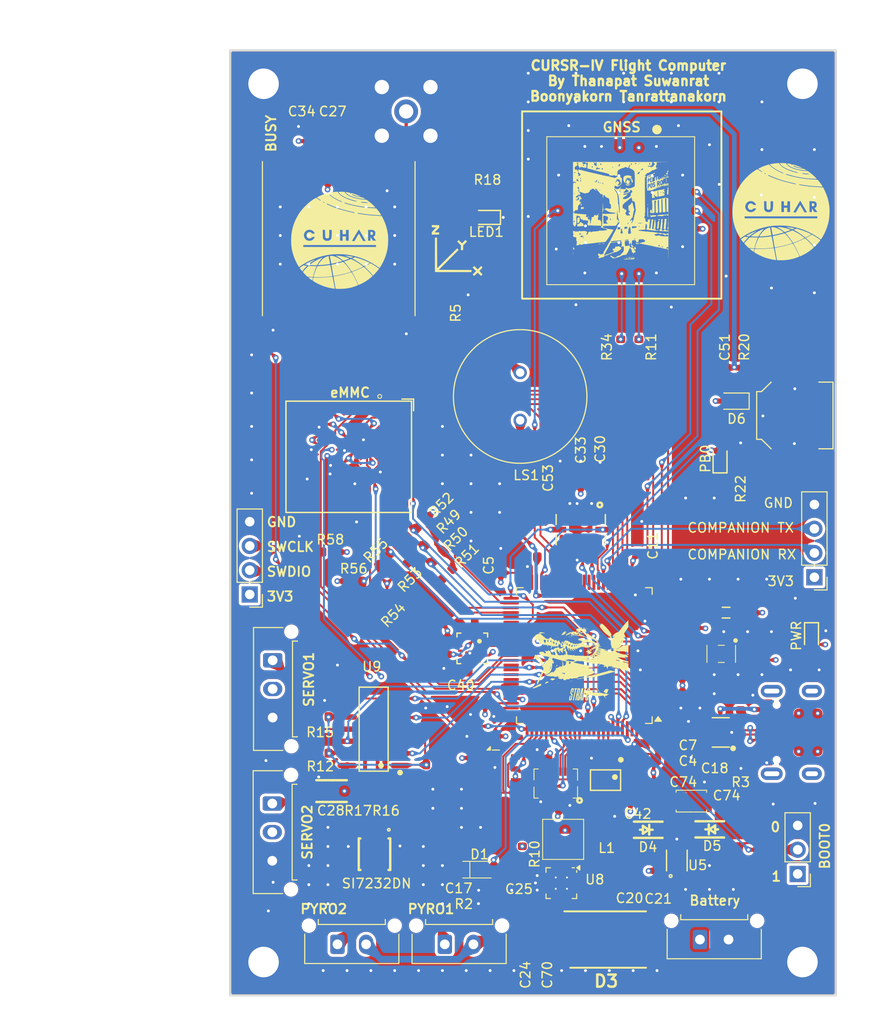
<source format=kicad_pcb>
(kicad_pcb (version 20241229) (generator "pcbnew") (generator_version "9.0")
  (layers (0 "F.Cu" signal) (4 "In1.Cu" signal) (6 "In2.Cu" signal) (2 "B.Cu" signal) (13 "F.Paste" user) (15 "B.Paste" user) (5 "F.SilkS" user "F.Silkscreen") (7 "B.SilkS" user "B.Silkscreen") (1 "F.Mask" user) (3 "B.Mask" user) (25 "Edge.Cuts" user))
  (net 0 "")
  (net 1 "VBAT-")
  (net 2 "Backup")
  (net 3 "HSE_IN")
  (net 4 "Net-(X1-Output)")
  (net 5 "+3.3V")
  (net 6 "BAT_LEVEL")
  (net 7 "VBUS")
  (net 8 "VBAT+")
  (net 9 "Net-(U8-SS{slash}TR)")
  (net 10 "Net-(U1-VCAP)")
  (net 11 "+5V")
  (net 12 "D+")
  (net 13 "D-")
  (net 14 "USB_DN")
  (net 15 "USB_DP")
  (net 16 "Net-(J1-Pin_1)")
  (net 17 "Net-(L1-Pad1)")
  (net 18 "SERVO_A")
  (net 19 "PYRO_A")
  (net 20 "PYRO_B")
  (net 21 "Net-(USB1-CC1)")
  (net 22 "Net-(USB1-CC2)")
  (net 23 "Net-(U8-PG)")
  (net 24 "/PWM_PD")
  (net 25 "MMC_SDA")
  (net 26 "MMC_SCL")
  (net 27 "TMP_SDA")
  (net 28 "TMP_SCL")
  (net 29 "DAT0")
  (net 30 "DAT1")
  (net 31 "DAT2")
  (net 32 "DAT3")
  (net 33 "DAT4")
  (net 34 "DAT5")
  (net 35 "DAT6")
  (net 36 "DAT7")
  (net 37 "eMMC_CMD")
  (net 38 "GNSS_RX")
  (net 39 "GNSS_TX")
  (net 40 "PPS")
  (net 41 "nRST")
  (net 45 "BOOT0")
  (net 46 "COMPANION_RX")
  (net 47 "COMPANION_TX")
  (net 54 "LoRa_NSS")
  (net 55 "BMI_accel_INT1")
  (net 56 "LoRa_MISO")
  (net 62 "LoRa_MOSI")
  (net 63 "LoRa_SCLK")
  (net 64 "ADXL_MOSI")
  (net 65 "Net-(U1-PH3)")
  (net 67 "ADXL_MISO")
  (net 69 "BMI_GYRO_INT1")
  (net 70 "Net-(LED1-Pad2)")
  (net 74 "SWDIO")
  (net 75 "ADXL_NSS")
  (net 76 "SWCLK")
  (net 77 "GNSS_INT")
  (net 78 "ADXL_SCLK")
  (net 79 "GNSS_RST")
  (net 83 "PWM_A")
  (net 84 "PWM_C")
  (net 85 "PWM_B")
  (net 86 "PWM_D")
  (net 87 "BUSY")
  (net 88 "ADXL_INT2")
  (net 89 "ADXL_INT1")
  (net 92 "MMC_INT")
  (net 93 "BMI_SCLK")
  (net 94 "BMI_MISO")
  (net 95 "BMI_GYRO_CS")
  (net 96 "BMI_accel_CS")
  (net 97 "BMI_MOSI")
  (net 98 "BMI_GYRO_INT2")
  (net 99 "BMI_accel_INT2")
  (net 100 "TMP_ALERT")
  (net 101 "BUZZER")
  (net 102 "RST_n")
  (net 103 "Net-(Pyro_CH1-Pin_1)")
  (net 104 "Net-(Pyro_CH2-Pin_1)")
  (net 105 "eMMC_CLK")
  (net 106 "SERVO_B")
  (net 107 "GNSS_SAFEBOOT")
  (net 110 "MS5607_NSS")
  (net 111 "LoRa_RST")
  (net 112 "Net-(U7-VDDI)")
  (net 113 "Net-(U7-DS)")
  (net 127 "+3.3VA")
  (net 129 "Net-(D4-K)")
  (net 130 "Net-(U2-CAP)")
  (net 131 "Net-(D6-K)")
  (net 132 "Net-(U14-RXD)")
  (net 133 "Net-(U14-TXD)")
  (net 144 "Net-(LED3-Pad1)")
  (net 145 "GPIO_TEST")
  (net 149 "Net-(U15-ANT)")
  (net 160 "Net-(LS1-Pad2)")
  (net 161 "LORA_DIO1")
  (net 163 "Net-(PB0-Pad1)")
  (footprint "PCM_JLCPCB:R_0603" (layer "F.Cu") (at 101.6 75.692 -90)
    (property "Reference" "R11")
    (property "Value" "470Ω")
  )
  (footprint "PCM_JLCPCB:D_0603" (layer "F.Cu") (at 110.109 87.376 90)
    (property "Reference" "PB0")
    (property "Value" "QBLP617-AG1")
  )
  (footprint "PCM_JLCPCB:C_0603" (layer "F.Cu") (at 89.789 138.557 -90)
    (property "Reference" "C24" (hide yes))
    (property "Value" "10uF")
  )
  (footprint "PCM_JLCPCB:C_0603" (layer "F.Cu") (at 85.579 132.334 180)
    (property "Reference" "C17" (hide yes))
    (property "Value" "100nF")
  )
  (footprint "PCM_JLCPCB:C_0603" (layer "F.Cu") (at 93.345 89.408 -90)
    (property "Reference" "C53")
    (property "Value" "100nF")
  )
  (footprint "PCM_JLCPCB:C_0603" (layer "F.Cu") (at 106.934 108.458 180)
    (property "Reference" "C1" (hide yes))
    (property "Value" "100pF")
  )
  (footprint "PCM_JLCPCB:C_0603" (layer "F.Cu") (at 103.632 131.318 -90)
    (property "Reference" "C21")
    (property "Value" "2.2uF")
  )
  (footprint "LOGO" (layer "F.Cu") (at 82.625 65.975)
    (property "Reference" "G***" (hide yes))
    (property "Value" "LOGO" (hide yes))
  )
  (footprint "PCM_JLCPCB:C_0603" (layer "F.Cu") (at 106.934 112.014)
    (property "Reference" "C9" (hide yes))
    (property "Value" "100nF")
  )
  (footprint "PCM_JLCPCB:FB_0805" (layer "F.Cu") (at 110.744 103.505)
    (property "Reference" "FB1" (hide yes))
    (property "Value" "100R")
  )
  (footprint "PCM_JLCPCB:C_0603" (layer "F.Cu") (at 92.456 124.079 180)
    (property "Reference" "C44" (hide yes))
    (property "Value" "100nF")
  )
  (footprint "PCM_JLCPCB:C_0603" (layer "F.Cu") (at 114.681 107.696 90)
    (property "Reference" "C12" (hide yes))
    (property "Value" "1uF")
  )
  (footprint "PCM_JLCPCB:C_0603" (layer "F.Cu") (at 101.473 123.249339)
    (property "Reference" "C42")
    (property "Value" "100nF")
  )
  (footprint "PCM_JLCPCB:C_0603" (layer "F.Cu") (at 105.664 105.918 90)
    (property "Reference" "C22" (hide yes))
    (property "Value" "100nF")
  )
  (footprint "PCM_JLCPCB:R_0603" (layer "F.Cu") (at 80.137 115.75)
    (property "Reference" "R13" (hide yes))
    (property "Value" "470Ω")
  )
  (footprint "Diode_SMD:D_SOD-323F" (layer "F.Cu") (at 111.55 81.35 180)
    (property "Reference" "D6")
    (property "Value" "PMEG2005EJ")
  )
  (footprint "PCM_JLCPCB:R_0603" (layer "F.Cu") (at 101.6 119.126 -90)
    (property "Reference" "R21" (hide yes))
    (property "Value" "2.2kΩ")
  )
  (footprint "EasyEDA:LCC-20_L15.5-W15.5-P1.90_SAM-M10Q-00B" (layer "F.Cu") (at 99.695 61.4 -90)
    (property "Reference" "U14")
    (property "Value" "SAM-M10Q-00B")
  )
  (footprint "PCM_JLCPCB:C_0603" (layer "F.Cu") (at 84.201 119.507 90)
    (property "Reference" "C48" (hide yes))
    (property "Value" "100nF")
  )
  (footprint "PCM_JLCPCB:C_0603" (layer "F.Cu") (at 112.903 107.696 90)
    (property "Reference" "C13" (hide yes))
    (property "Value" "100nF")
  )
  (footprint "PCM_JLCPCB:R_0603" (layer "F.Cu") (at 120.5 103.124 180)
    (property "Reference" "R39" (hide yes))
    (property "Value" "1kΩ")
  )
  (footprint "EasyEDA:BGA-153_L13.0-W11.5-P0.50-TL_KLM8G1GEME-B041" (layer "F.Cu") (at 70.299 85.801354 180)
    (property "Reference" "U7" (hide yes))
    (property "Value" "THGBMUG6C1LBAIL")
  )
  (footprint "PCM_JLCPCB:C_0603" (layer "F.Cu") (at 107.95 102.743 90)
    (property "Reference" "C15" (hide yes))
    (property "Value" "1uF")
  )
  (footprint "PCM_JLCPCB:R_0603" (layer "F.Cu") (at 65.024 78.994 90)
    (property "Reference" "R57" (hide yes))
    (property "Value" "22kΩ")
  )
  (footprint "EasyEDA:VSSOP-8_L3.0-W3.0-P0.65-LS5.0-BL" (layer "F.Cu") (at 98.1025 121.049339 180)
    (property "Reference" "U4")
    (property "Value" "TMP275AIDGKR VSSOP8")
  )
  (footprint "PCM_JLCPCB:R_0603" (layer "F.Cu") (at 68.225 114.4 180)
    (property "Reference" "R15" (hide yes))
    (property "Value" "470Ω")
  )
  (footprint "PCM_JLCPCB:C_0603" (layer "F.Cu") (at 87.122 98.552 90)
    (property "Reference" "C5")
    (property "Value" "100nF")
  )
  (footprint "EasyEDA:SOD-123_L2.8-W1.8-LS3.7-RD" (layer "F.Cu") (at 84.709 130.429)
    (property "Reference" "D1")
    (property "Value" "MMSZ4683T1G")
  )
  (footprint "Connector_Molex:Molex_Micro-Fit_3.0_43650-0215_1x02_P3.00mm_Vertical" (layer "F.Cu") (at 70 138.25)
    (property "Reference" "Pyro_CH2" (hide yes))
    (property "Value" "Molex Microfit")
  )
  (footprint "Connector_Molex:Molex_Micro-Fit_3.0_43650-0215_1x02_P3.00mm_Vertical" (layer "F.Cu") (at 108 137.75)
    (property "Reference" "J1")
    (property "Value" "Molex Microfit")
  )
  (footprint "PCM_JLCPCB:R_0603" (layer "F.Cu") (at 99.695 75.692 -90)
    (property "Reference" "R34")
    (property "Value" "470Ω")
  )
  (footprint "EasyEDA:SMA-TH_SMA-KHDB_C9900020423" (layer "F.Cu") (at 77.2 51 90)
    (property "Reference" "RF1" (hide yes))
    (property "Value" "SMA-KE-5")
  )
  (footprint "Cuharlogo:CUHARLOGOMOD" (layer "F.Cu") (at 116.5 61.5)
    (property "Reference" "LOGO" (hide yes))
    (property "Value" "LOGO" (hide yes))
  )
  (footprint "PCM_JLCPCB:C_0603" (layer "F.Cu") (at 67.056 78.994 90)
    (property "Reference" "C73" (hide yes))
    (property "Value" "10uF")
  )
  (footprint "EasyEDA:LGA-16_L3.0-W3.0-P0.50-BL_SQ" (layer "F.Cu") (at 84.13 107.249339 180)
    (property "Reference" "U2")
    (property "Value" "MMC5983MA")
  )
  (footprint "EasyEDA:SOIC-14_L8.7-W3.9-P1.27-LS6.0-BL" (layer "F.Cu") (at 73.79 115.709339 90)
    (property "Reference" "U9")
    (property "Value" "SN74HCT125DR")
  )
  (footprint "LOGO" (layer "F.Cu") (at 95.498242 108.104925)
    (property "Reference" "G***" (hide yes))
    (property "Value" "LOGO" (hide yes))
  )
  (footprint "PCM_JLCPCB:R_0603" (layer "F.Cu") (at 72.009 125.489339 180)
    (property "Reference" "R17" (hide yes))
    (property "Value" "3.3kΩ")
  )
  (footprint "PCM_JLCPCB:R_0603" (layer "F.Cu") (at 81.462172 99.512828 -135)
    (property "Reference" "R51")
    (property "Value" "22kΩ")
  )
  (footprint "PCM_JLCPCB:R_0603" (layer "F.Cu") (at 107.442 105.918 -90)
    (property "Reference" "R38" (hide yes))
    (property "Value" "10kΩ")
  )
  (footprint "PCM_JLCPCB:C_0603" (layer "F.Cu") (at 84.691 113.03 180)
    (property "Reference" "C8" (hide yes))
    (property "Value" "100nF")
  )
  (footprint "PCM_JLCPCB:C_0603" (layer "F.Cu") (at 85.725 116.459 180)
    (property "Reference" "C6" (hide yes))
    (property "Value" "100nF")
  )
  (footprint "EasyEDA:LGA-16_L4.5-W3.0-P0.50-BL" (layer "F.Cu") (at 92.88 121.399339 90)
    (property "Reference" "U3")
    (property "Value" "BMI088")
  )
  (footprint "EasyEDA:SOD-123_L2.7-W1.6-LS3.7-RD-1" (layer "F.Cu") (at 109.18 126.209339)
    (property "Reference" "D5")
    (property "Value" "NRVB120VLSFT1G")
  )
  (footprint "PCM_JLCPCB:R_0603" (layer "F.Cu") (at 114.97 128.34 180)
    (property "Reference" "R9" (hide yes))
    (property "Value" "10kΩ")
  )
  (footprint "MountingHole:MountingHole_3.2mm_M3_DIN965_Pad" (layer "F.Cu") (at 118.75 48.104608 180)
    (property "Reference" "H3" (hide yes))
    (property "Value" "MountingHole_Pad")
  )
  (footprint "EasyEDA:IND-SMD_L4.0-W4.0_XFL4020-102MEB" (layer "F.Cu") (at 93.61 127.254 90)
    (property "Reference" "L1" (hide yes))
    (property "Value" "2.2uH,50mA")
  )
  (footprint "PCM_JLCPCB:R_0603" (layer "F.Cu") (at 91.55 135.509 180)
    (property "Reference" "R1" (hide yes))
    (property "Value" "10kΩ")
  )
  (footprint "PCM_JLCPCB:C_0603" (layer "F.Cu") (at 101.473 96.52 90)
    (property "Reference" "C11" (hide yes))
    (property "Value" "100nF")
  )
  (footprint "PCM_JLCPCB:C_0603" (layer "F.Cu") (at 98.044 125.603 -90)
    (property "Reference" "C23" (hide yes))
    (property "Value" "22uF")
  )
  (footprint "PCM_JLCPCB:C_0603" (layer "F.Cu") (at 104.267 117.348)
    (property "Reference" "C7" (hide yes))
    (property "Value" "100nF")
  )
  (footprint "PCM_JLCPCB:R_0603" (layer "F.Cu") (at 85.725 59.563 180)
    (property "Reference" "R18")
    (property "Value" "1kΩ")
  )
  (footprint "PCM_JLCPCB:R_0603" (layer "F.Cu") (at 80.137 119.45)
    (property "Reference" "R14" (hide yes))
    (property "Value" "470Ω")
  )
  (footprint "Snapeda:PS1440P02BT_BUZZER_PS1440P02BT" (layer "F.Cu") (at 89.154 80.859 180)
    (property "Reference" "LS1")
    (property "Value" "PS1440P02BT")
  )
  (footprint "Connector_Molex:Molex_Micro-Fit_3.0_43650-0315_1x03_P3.00mm_Vertical" (layer "F.Cu") (at 63.205 108.5 -90)
    (property "Reference" "SERVO1")
    (property "Value" "Conn_01x03_Pin")
  )
  (footprint "PCM_JLCPCB:C_0603" (layer "F.Cu") (at 67.056 53.34 90)
    (property "Reference" "C34")
    (property "Value" "10uF")
  )
  (footprint "PCM_JLCPCB:R_0603" (layer "F.Cu") (at 112.3 119 90)
    (property "Reference" "R3" (hide yes))
    (property "Value" "5.1kΩ")
  )
  (footprint "LOGO" (layer "F.Cu") (at 99.695 61.4)
    (property "Reference" "G***" (hide yes))
    (property "Value" "LOGO" (hide yes))
  )
  (footprint "PCM_JLCPCB:R_0603" (layer "F.Cu") (at 75.057 125.476)
    (property "Reference" "R16" (hide yes))
    (property "Value" "3.3kΩ")
  )
  (footprint "PCM_JLCPCB:C_0603" (layer "F.Cu") (at 106.934 110.236)
    (property "Reference" "C10" (hide yes))
    (property "Value" "100nF")
  )
  (footprint "PCM_JLCPCB:R_0603" (layer "F.Cu") (at 85.599 133.989661 180)
    (property "Reference" "R2" (hide yes))
    (property "Value" "47kΩ")
  )
  (footprint "PCM_JLCPCB:R_0603" (layer "F.Cu") (at 112.65 78.675 90)
    (property "Reference" "R20")
    (property "Value" "3.3kΩ")
  )
  (footprint "Package_QFP:LQFP-100_14x14mm_P0.5mm" (layer "F.Cu") (at 95.88 107.999339 180)
    (property "Reference" "U1")
    (property "Value" "STM32U575VGTx")
  )
  (footprint "PCM_JLCPCB:C_0603" (layer "F.Cu") (at 91.295 118.872 180)
    (property "Reference" "C58" (hide yes))
    (property "Value" "100nF")
  )
  (footprint "PCM_JLCPCB:C_0603" (layer "F.Cu") (at 82.931 109.728 180)
    (property "Reference" "C40")
    (property "Value" "10uF")
  )
  (footprint "EasyEDA:SOD-123_L2.7-W1.6-LS3.7-RD-1" (layer "F.Cu") (at 102.43 126.249339 180)
    (property "Reference" "D4" (hide yes))
    (property "Value" "NRVB120VLSFT1G")
  )
  (footprint "MountingHole:MountingHole_3.2mm_M3_DIN965_Pad" (layer "F.Cu") (at 62.25 140.104608 180)
    (property "Reference" "H2" (hide yes))
    (property "Value" "MountingHole_Pad")
  )
  (footprint "EasyEDA:CAP-SMD_L3.2-W1.6" (layer "F.Cu") (at 69.38 122.199339 180)
    (property "Reference" "C28" (hide yes))
    (property "Value" "100uF")
  )
  (footprint "PCM_JLCPCB:R_0603" (layer "F.Cu") (at 80.518 97.663 -135)
    (property "Reference" "R50")
    (property "Value" "22kΩ")
  )
  (footprint "GNSS:BAT_3098" (layer "F.Cu") (at 117.97 82.85 90)
    (property "Reference" "BT1")
    (property "Value" "3098" (hide yes))
  )
  (footprint "MountingHole:MountingHole_3.2mm_M3_DIN965_Pad" (layer "F.Cu") (at 118.75 140.104608 180)
    (property "Reference" "H1" (hide yes))
    (property "Value" "MountingHole_Pad")
  )
  (footprint "PCM_JLCPCB:R_0603" (layer "F.Cu") (at 83.7 72.12 90)
    (property "Reference" "R5")
    (property "Value" "470Ω")
  )
  (footprint "Connector_Molex:Molex_Micro-Fit_3.0_43650-0315_1x03_P3.00mm_Vertical" (layer "F.Cu") (at 63.165 123.5 -90)
    (property "Reference" "SERVO2")
    (property "Value" "Conn_01x03_Pin")
  )
  (footprint "EasyEDA:SOT-23-6_L2.9-W1.6-P0.95-LS2.8-BL" (layer "F.Cu") (at 110.1825 116.05 90)
    (property "Reference" "D2")
    (property "Value" "USBLC6-2SC6")
  )
  (footprint "Package_DFN_QFN:VQFN-16-1EP_3x3mm_P0.5mm_EP1.68x1.68mm_ThermalVias" (layer "F.Cu") (at 93.47 131.839339 -90)
    (property "Reference" "U8")
    (property "Value" "TPS62153")
  )
  (footprint "PCM_JLCPCB:C_0603" (layer "F.Cu") (at 106.172 102.743 90)
    (property "Reference" "C14" (hide yes))
    (property "Value" "100nF")
  )
  (footprint "Connector_PinHeader_2.54mm:PinHeader_1x03_P2.54mm_Vertical" (layer "F.Cu") (at 118.25 130.88 180)
    (property "Reference" "J2" (hide yes))
    (property "Value" "BOOT0")
  )
  (footprint "PCM_JLCPCB:D_0603" (layer "F.Cu") (at 85.598 62.103 180)
    (property "Reference" "LED1")
    (property "Value" "QBLP617-AG1")
  )
  (footprint "PCM_JLCPCB:R_0603" (layer "F.Cu") (at 112.268 87.503 90)
    (property "Reference" "R22")
    (property "Value" "1kΩ")
  )
  (footprint "PCM_JLCPCB:R_0603" (layer "F.Cu") (at 69.251001 97.155)
    (property "Reference" "R58")
    (property "Value" "47kΩ")
  )
  (footprint "PCM_JLCPCB:C_0603" (layer "F.Cu") (at 68.961 53.34 90)
    (property "Reference" "C27")
    (property "Value" "100nF")
  )
  (footprint "PCM_JLCPCB:D_0603" (layer "F.Cu") (at 119.7 106.05 -90)
    (property "Reference" "LED3" (hide yes))
    (property "Value" "QBLP617-AG1")
  )
  (footprint "PCM_JLCPCB:C_0603" (layer "F.Cu") (at 97.555 133.249339)
    (property "Reference" "C20" (hide yes))
    (property "Value" "10uF")
  )
  (footprint "Package_LGA:LGA-8_3x5mm_P1.25mm" (layer "F.Cu") (at 87.58 120.499339)
    (property "Reference" "U6")
    (property "Value" "MS5607-02BA")
  )
  (footprint "PCM_JLCPCB:C_0603" (layer "F.Cu") (at 90.17 97.663 180)
    (property "Reference" "C26" (hide yes))
    (property "Value" "4.7uF")
  )
  (footprint "PCM_JLCPCB:R_0603" (layer "F.Cu") (at 76.708 98.933 45)
    (property "Reference" "R53")
    (property "Value" "22kΩ")
  )
  (footprint "PCM_JLCPCB:R_0603" (layer "F.Cu") (at 112.25 112.88 -90)
    (property "Reference" "R4" (hide yes))
    (property "Value" "5.1kΩ")
  )
  (footprint "PCM_JLCPCB:R_0603" (layer "F.Cu") (at 81.534 107.061 90)
    (property "Reference" "R19" (hide yes))
    (property "Value" "4.7kΩ")
  )
  (footprint "EasyEDA:CAP-SMD_L3.2-W1.6" (layer "F.Cu") (at 107.105 123.249339)
    (property "Reference" "C74")
    (property "Value" "100uF")
  )
  (footprint "PCM_JLCPCB:R_0603" (layer "F.Cu") (at 74.93 97.917 45)
    (property "Reference" "R55")
    (property "Value" "22kΩ")
  )
  (footprint "PCM_JLCPCB:R_0603" (layer "F.Cu") (at 68.22 118.225 180)
    (property "Reference" "R12" (hide yes))
    (property "Value" "470Ω")
  )
  (footprint "PCM_JLCPCB:C_0603" (layer "F.Cu") (at 91.948 138.557 -90)
    (property "Reference" "C70" (hide yes))
    (property "Value" "100nF")
  )
  (footprint "PCM_JLCPCB:C_0603" (layer "F.Cu") (at 104.267 118.999)
    (property "Reference" "C4" (hide yes))
    (property "Value" "10uF")
  )
  (footprint "PCM_JLCPCB:R_0603" (layer "F.Cu") (at 102.362 121.412 180)
    (property "Reference" "R7" (hide yes))
    (property "Value" "2.2kΩ")
  )
  (footprint "PCM_JLCPCB:R_0603" (layer "F.Cu") (at 83.566 104.521)
    (property "Reference" "R6" (hide yes))
    (property "Value" "4.7kΩ")
  )
  (footprint "PCM_JLCPCB:C_0603" (layer "F.Cu") (at 110.617 78.613 -90)
    (property "Reference" "C51")
    (property "Value" "1uF")
  )
  (footprint "Cuharlogo:CUHARLOGOMOD" (layer "F.Cu") (at 70.22555 64.5)
    (property "Reference" "LOGO" (hide yes))
    (property "Value" "LOGO" (hide yes))
  )
  (footprint "EasyEDA:WSON-6_L2.0-W2.0-P0.65-TL-EP" (layer "F.Cu") (at 105.58 129.469339 90)
    (property "Reference" "U5")
    (property "Value" "LP5912Q3.3DRVRQ1")
  )
  (footprint "PCM_JLCPCB:C_0603" (layer "F.Cu") (at 97.536 89.408 90)
    (property "Reference" "C30")
    (property "Value" "100nF")
  )
  (footprint "PCM_JLCPCB:R_0603" (layer "F.Cu") (at 78.867 94.107 -135)
    (property "Reference" "R52")
    (property "Value" "22kΩ")
  )
  (footprint "PCM_JLCPCB:C_0603" (layer "F.Cu") (at 109.5525 118.43 180)
    (property "Reference" "C18" (hide yes))
    (property "Value" "10uF")
  )
  (footprint "PCM_JLCPCB:R_0603" (layer "F.Cu") (at 79.756 95.885 -135)
    (property "Reference" "R49")
    (property "Value" "22kΩ")
  )
  (footprint "GNSS:DIOM7959X262N" (layer "F.Cu") (at 98.38 137.749339)
    (property "Reference" "D3")
    (property "Value" "SS34_C466502" (hide yes))
  )
  (footprint "EasyEDA:POWER-1212-8_L3.3-W3.3-P0.66-LS3.3-BL" (layer "F.Cu") (at 73.88 128.749339 -90)
    (property "Reference" "Q1")
    (property "Value" "SI7232DN-T1-GE3")
  )
  (footprint "Connector_PinHeader_2.54mm:PinHeader_1x04_P2.54mm_Vertical" (layer "F.Cu") (at 60.8 101.6 180)
    (property "Reference" "J5" (hide yes))
    (property "Value" "SWD")
  )
  (footprint "PCM_JLCPCB:C_0603" (layer "F.Cu") (at 113.538 102.743 90)
    (property "Reference" "C16" (hide yes))
    (property "Value" "1uF")
  )
  (footprint "PCM_JLCPCB:R_0603" (layer "F.Cu") (at 89.375 128.805 -90)
    (property "Reference" "R10")
    (property "Value" "100kΩ")
  )
  (footprint "PCM_JLCPCB:TYPE-C-SMD_HX-TYPE-C-16PIN" (layer "F.Cu") (at 117.35 116.05 90)
    (property "Reference" "USB1" (hide yes))
    (property "Value" "Connector, USB-TYPE-C-16P")
  )
  (footprint "PCM_JLCPCB:C_0603" (layer "F.Cu") (at 95.504 89.408 -90)
    (property "Reference" "C33")
    (property "Value" "10uF")
  )
  (footprint "MountingHole:MountingHole_3.2mm_M3_DIN965_Pad" (layer "F.Cu") (at 62.25 48.104608 180)
    (property "Reference" "H4" (hide yes))
    (property "Value" "MountingHole_Pad")
  )
  (footprint "PCM_JLCPCB:R_0603" (layer "F.Cu") (at 71.696999 100.202)
    (property "Reference" "R56")
    (property "Value" "22kΩ")
  )
  (footprint "LORAMODF:G-NiceRF LoRa1262-915" (layer "F.Cu") (at 78.1311 64.2563 90)
    (property "Reference" "U15" (hide yes))
    (property "Value" "~")
  )
  (footprint "PCM_JLCPCB:C_0603" (layer "F.Cu") (at 89.027 133.731)
    (property "Reference" "C25")
    (property "Value" "3.3pF")
  )
  (footprint "Connector_PinHeader_2.54mm:PinHeader_1x04_P2.54mm_Vertical" (layer "F.Cu") (at 120 99.8 180)
    (property "Reference" "J3" (hide yes))
    (property "Value" "Companion")
  )
  (footprint "EasyEDA:OSC-SMD_4P-L2.0-W1.6-BL_1XXD" (layer "F.Cu") (at 110.236 107.823 180)
    (property "Reference" "X1")
    (property "Value" "1XXD32000MBA")
  )
  (footprint "PCM_JLCPCB:R_0603" (layer "F.Cu") (at 74.93 102.743 -135)
    (property "Reference" "R54")
    (property "Value" "22kΩ")
  )
  (footprint "PCM_JLCPCB:C_0603" (layer "F.Cu") (at 80.137 104.521 180)
    (property "Reference" "C36" (hide yes))
    (property "Value" "1uF")
  )
  (footprint "EasyEDA:LGA-14_L5.0-W3.0-P0.80-BL" (layer "F.Cu") (at 95.505 94.809339 180)
    (property "Reference" "U12")
    (property "Value" "ADXL375BCCZ-RL7")
  )
  (footprint "Connector_Molex:Molex_Micro-Fit_3.0_43650-0215_1x02_P3.00mm_Vertical" (layer "F.Cu") (at 81.25 138.25)
    (property "Reference" "Pyro_CH1" (hide yes))
    (property "Value" "Molex Microfit")
  )
  (gr_rect (start 89.357 51) (end 110.25 70.616) (stroke (width 0.2)) (fill no) (layer "F.SilkS"))
  (gr_rect (start 58.75 44.604608) (end 122.25 143.604608) (stroke (width 0.2)) (fill no) (layer "Edge.Cuts"))
  (gr_text "U8" (at 95.875 132.05 0) (layer "F.SilkS") (effects (font (size 1 1)) (justify left bottom)))
  (gr_text "C4" (at 105.664 119.634 0) (layer "F.SilkS") (effects (font (size 1 1)) (justify left bottom)))
  (gr_text "3V3" (at 115 100.8 0) (layer "F.SilkS") (effects (font (size 1 1)) (justify left bottom)))
  (gr_text "GND" (at 114.6 92.6 0) (layer "F.SilkS") (effects (font (size 1 1)) (justify left bottom)))
  (gr_text "COMPANION RX" (at 106.6 98 0) (layer "F.SilkS") (effects (font (size 1 1)) (justify left bottom)))
  (gr_text "D6" (at 110.761189 83.78875 0) (layer "F.SilkS") (effects (font (size 1 1)) (justify left bottom)))
  (gr_text "PYRO1\n\n" (at 77.25 136.75 0) (layer "F.SilkS") (effects (font (size 1 1) (thickness 0.2) (bold yes)) (justify left bottom)))
  (gr_text "GNSS" (at 97.68565 53.24 0) (layer "F.SilkS") (effects (font (size 1 1) (thickness 0.2) (bold yes)) (justify left bottom)))
  (gr_text "BOOT0" (at 121.68 130.49 90) (layer "F.SilkS") (effects (font (size 1 1) (thickness 0.1875)) (justify left bottom)))
  (gr_text "L1" (at 97.25 128.75 0) (layer "F.SilkS") (effects (font (size 1 1)) (justify left bottom)))
  (gr_text "SWCLK" (at 62.484 97.2 0) (layer "F.SilkS") (effects (font (size 1 1) (thickness 0.1875)) (justify left bottom)))
  (gr_text "PWR" (at 118.7 107.6 90) (layer "F.SilkS") (effects (font (size 1 1)) (justify left bottom)))
  (gr_text "Battery" (at 106.8 134.25 0) (layer "F.SilkS") (effects (font (size 1 1) (thickness 0.1875)) (justify left bottom)))
  (gr_text "R15" (at 66.625 116.625 0) (layer "F.SilkS") (effects (font (size 1 1)) (justify left bottom)))
  (gr_text "D5\n" (at 108.204 128.524 0) (layer "F.SilkS") (effects (font (size 1 1)) (justify left bottom)))
  (gr_text "C70" (at 92.583 143.002 90) (layer "F.SilkS") (effects (font (size 1 1)) (justify left bottom)))
  (gr_text "COMPANION TX\n" (at 106.6 95.2 0) (layer "F.SilkS") (effects (font (size 1 1)) (justify left bottom)))
  (gr_text "C17" (at 81.153 132.969 0) (layer "F.SilkS") (effects (font (size 1 1)) (justify left bottom)))
  (gr_text "R2\n" (at 82.169 134.62 0) (layer "F.SilkS") (effects (font (size 1 1)) (justify left bottom)))
  (gr_text "PYRO2\n\n" (at 66 136.75 0) (layer "F.SilkS") (effects (font (size 1 1) (thickness 0.2) (bold yes)) (justify left bottom)))
  (gr_text "U9" (at 72.5 109.75 0) (layer "F.SilkS") (effects (font (size 1 1)) (justify left bottom)))
  (gr_text "3V3" (at 62.484 102.4 0) (layer "F.SilkS") (effects (font (size 1 1) (thickness 0.1875)) (justify left bottom)))
  (gr_text "BUSY" (at 63.627 55.372 90) (layer "F.SilkS") (effects (font (size 1 1) (thickness 0.2) (bold yes)) (justify left bottom)))
  (gr_text "C20" (at 99.075 134 0) (layer "F.SilkS") (effects (font (size 1 1)) (justify left bottom)))
  (gr_text "C18" (at 108 120.396 0) (layer "F.SilkS") (effects (font (size 1 1)) (justify left bottom)))
  (gr_text "D1" (at 83.82 129.413 0) (layer "F.SilkS") (effects (font (size 1 1)) (justify left bottom)))
  (gr_text "1" (at 115.4 131.73 0) (layer "F.SilkS") (effects (font (size 1 1) (thickness 0.2) (bold yes)) (justify left bottom)))
  (gr_text "R12" (at 66.65 120.2 0) (layer "F.SilkS") (effects (font (size 1 1)) (justify left bottom)))
  (gr_text "R16" (at 73.533 124.841 0) (layer "F.SilkS") (effects (font (size 1 1)) (justify left bottom)))
  (gr_text "R17\n" (at 70.612 124.841 0) (layer "F.SilkS") (effects (font (size 1 1)) (justify left bottom)))
  (gr_text "C24" (at 90.297 143.002 90) (layer "F.SilkS") (effects (font (size 1 1)) (justify left bottom)))
  (gr_text "SWDIO" (at 62.484 99.8 0) (layer "F.SilkS") (effects (font (size 1 1) (thickness 0.1875)) (justify left bottom)))
  (gr_text "0" (at 115.3 126.555 0) (layer "F.SilkS") (effects (font (size 1 1) (thickness 0.2) (bold yes)) (justify left bottom)))
  (gr_text "C28" (at 67.75 124.825 0) (layer "F.SilkS") (effects (font (size 1 1)) (justify left bottom)))
  (gr_text "R3" (at 111.2 121.85 0) (layer "F.SilkS") (effects (font (size 1 1)) (justify left bottom)))
  (gr_text "C74" (at 109.25 123.25 0) (layer "F.SilkS") (effects (font (size 1 1)) (justify left bottom)))
  (gr_text "D4" (at 101.473 128.651 0) (layer "F.SilkS") (effects (font (size 1 1)) (justify left bottom)))
  (gr_text "GND" (at 62.484 94.6 0) (layer "F.SilkS") (effects (font (size 1 1) (thickness 0.1875)) (justify left bottom)))
  (gr_text "C7" (at 105.664 117.983 0) (layer "F.SilkS") (effects (font (size 1 1)) (justify left bottom)))
  (gr_text "C11" (at 103.65 98.05 90) (layer "F.SilkS") (effects (font (size 1 1)) (justify left bottom)))
  (gr_text "CURSR-IV Flight Computer\nBy Thanapat Suwanrat\nBoonyakorn Tanrattanakorn" (at 100.5 50 0) (layer "F.SilkS") (effects (font (size 1 1) (thickness 0.25) (bold yes)) (justify bottom)))
  (gr_text "SI7232DN" (at 70.358 132.461 0) (layer "F.SilkS") (effects (font (size 1 1)) (justify left bottom)))
  (gr_text "eMMC" (at 69.11 81.04 0) (layer "F.SilkS") (effects (font (size 1 1) (thickness 0.2) (bold yes)) (justify left bottom)))
  (gr_text "U5" (at 106.66 130.549339 0) (layer "F.SilkS") (effects (font (size 1 1)) (justify left bottom)))
  (segment (start 92.01089 124.079) (end 91.676 124.079) (width 0.2) (layer "F.Cu") (net 1))
  (segment (start 74.769 127.960339) (end 74.4 127.960339) (width 0.2) (layer "F.Cu") (net 1))
  (segment (start 117.6 129.58) (end 118.85 129.58) (width 0.3) (layer "F.Cu") (net 1))
  (segment (start 91.38 122.615) (end 91.38 122.599339) (width 0.2) (layer "F.Cu") (net 1))
  (segment (start 90.950661 131.589339) (end 90.94 131.6) (width 0.3) (layer "F.Cu") (net 1))
  (segment (start 67.056 52.56) (end 65.931 52.56) (width 0.2) (layer "F.Cu") (net 1))
  (segment (start 117.97 85.73) (end 117.9 85.8) (width 0.2) (layer "F.Cu") (net 1))
  (segment (start 92.0075 132.589339) (end 90.959339 132.589339) (width 0.3) (layer "F.Cu") (net 1))
  (segment (start 70.834 86.526354) (end 70.724 86.526354) (width 0.2) (layer "F.Cu") (net 1))
  (segment (start 91.44 123.444) (end 91.44 123.825) (width 0.2) (layer "F.Cu") (net 1))
  (segment (start 90.94 131.05) (end 90.94 131.6) (width 0.3) (layer "F.Cu") (net 1))
  (segment (start 76.55 127.95) (end 76.320678 127.95) (width 0.2) (layer "F.Cu") (net 1))
  (segment (start 117.97 82.85) (end 117.97 85.73) (width 0.2) (layer "F.Cu") (net 1))
  (segment (start 95.105 97.974339) (end 95.13 97.999339) (width 0.2) (layer "F.Cu") (net 1))
  (segment (start 83.88 107.749339) (end 83.63 107.749339) (width 0.2) (layer "F.Cu") (net 1))
  (segment (start 77.2 72) (end 77.2 74.279) (width 0.2) (layer "F.Cu") (net 1))
  (segment (start 75.2 59.31) (end 75.2 57) (width 0.2) (layer "F.Cu") (net 1))
  (segment (start 90.38 99.143) (end 89.916 98.679) (width 0.2) (layer "F.Cu") (net 1))
  (segment (start 96.705 92.133) (end 96.647 92.075) (width 0.2) (layer "F.Cu") (net 1))
  (segment (start 88.247 132.606) (end 88.265 132.588) (width 0.2) (layer "F.Cu") (net 1))
  (segment (start 87.27 113.499339) (end 86.39 114.379339) (width 0.2) (layer "F.Cu") (net 1))
  (segment (start 68.424 84.401354) (end 68.429 84.406354) (width 0.2) (layer "F.Cu") (net 1))
  (segment (start 94.305 92.131) (end 94.361 92.075) (width 0.2) (layer "F.Cu") (net 1))
  (segment (start 91.313 123.317) (end 91.44 123.444) (width 0.2) (layer "F.Cu") (net 1))
  (segment (start 93.88 123.217) (end 93.88 122.599339) (width 0.2) (layer "F.Cu") (net 1))
  (segment (start 83.396 107.983339) (end 83.396 108.493339) (width 0.2) (layer "F.Cu") (net 1))
  (segment (start 63 72) (end 63 73.668) (width 0.2) (layer "F.Cu") (net 1))
  (segment (start 68.429 84.406354) (end 68.429 84.431354) (width 0.2) (layer "F.Cu") (net 1))
  (segment (start 101.38 117.022195) (end 101.38 115.674339) (width 0.2) (layer "F.Cu") (net 1))
  (segment (start 83.7 71.3) (end 83.7 70.215) (width 0.3) (layer "F.Cu") (net 1))
  (segment (start 69.929 87.431354) (end 70.724 86.636354) (width 0.2) (layer "F.Cu") (net 1))
  (segment (start 117.97 82.85) (end 117.97 80.07) (width 0.2) (layer "F.Cu") (net 1))
  (segment (start 101.38 101.499339) (end 101.23 101.649339) (width 0.2) (layer "F.Cu") (net 1))
  (segment (start 88.247 133.731) (end 88.247 132.606) (width 0.2) (layer "F.Cu") (net 1))
  (segment (start 72.429 86.931354) (end 72.771 86.589354) (width 0.2) (layer "F.Cu") (net 1))
  (segment (start 105.58 128.439339) (end 105.58 127.224339) (width 0.2) (layer "F.Cu") (net 1))
  (segment (start 101.473 94.37547) (end 101.473 95.74) (width 0.2) (layer "F.Cu") (net 1))
  (segment (start 92.0075 132.089339) (end 91.009339 132.089339) (width 0.3) (layer "F.Cu") (net 1))
  (segment (start 95.105 96.219339) (end 95.105 97.974339) (width 0.2) (layer "F.Cu") (net 1))
  (segment (start 112.268 86.683) (end 112.268 85.725) (width 0.2) (layer "F.Cu") (net 1))
  (segment (start 74.87 127.859339) (end 74.769 127.960339) (width 0.2) (layer "F.Cu") (net 1))
  (segment (start 92.88 122.599339) (end 92.88 123.20989) (width 0.2) (layer "F.Cu") (net 1))
  (segment (start 72.771 85.404354) (end 72.774 85.401354) (width 0.2) (layer "F.Cu") (net 1))
  (segment (start 71.13 127.999339) (end 73.41 127.999339) (width 0.2) (layer "F.Cu") (net 1))
  (segment (start 69.224 88.976354) (end 69.224 88.136354) (width 0.2) (layer "F.Cu") (net 1))
  (segment (start 70.929 88.431354) (end 70.384 88.976354) (width 0.2) (layer "F.Cu") (net 1))
  (segment (start 84.38 107.999339) (end 84.38 108.509339) (width 0.2) (layer "F.Cu") (net 1))
  (segment (start 72.771 86.589354) (end 72.771 85.404354) (width 0.2) (layer "F.Cu") (net 1))
  (segment (start 67.253265 86.431354) (end 67.252898 86.430987) (width 0.2) (layer "F.Cu") (net 1))
  (segment (start 90.94 131.05) (end 90.94 131.07) (width 0.3) (layer "F.Cu") (net 1))
  (segment (start 71.959 85.401354) (end 72.724 85.401354) (width 0.2) (layer "F.Cu") (net 1))
  (segment (start 67.929 85.431354) (end 68.429 85.931354) (width 0.2) (layer "F.Cu") (net 1))
  (segment (start 67.056 52.56) (end 68.961 52.56) (width 0.2) (layer "F.Cu") (net 1))
  (segment (start 91.88 122.599339) (end 91.38 122.599339) (width 0.2) (layer "F.Cu") (net 1))
  (segment (start 92.0075 131.589339) (end 90.950661 131.589339) (width 0.3) (layer "F.Cu") (net 1))
  (segment (start 99.042 124.823) (end 99.06 124.841) (width 0.2) (layer "F.Cu") (net 1))
  (segment (start 90.38 100.324339) (end 90.38 99.143) (width 0.2) (layer "F.Cu") (net 1))
  (segment (start 89.39 97.663) (end 89.39 98.153) (width 0.2) (layer "F.Cu") (net 1))
  (segment (start 74.87 127.209339) (end 74.87 127.859339) (width 0.2) (layer "F.Cu") (net 1))
  (segment (start 90.515 118.872) (end 90.515 118.273) (width 0.2) (layer "F.Cu") (net 1))
  (segment (start 94.361 123.698) (end 93.88 123.217) (width 0.2) (layer "F.Cu") (net 1))
  (segment (start 71.429 85.931354) (end 71.959 85.401354) (width 0.2) (layer "F.Cu") (net 1))
  (segment (start 74.490527 88.507118) (end 74.75 88.247645) (width 0.2) (layer "F.Cu") (net 1))
  (segment (start 114.6 82.9) (end 114.65 82.85) (width 0.2) (layer "F.Cu") (net 1))
  (segment (start 101.750661 109.499339) (end 101.75 109.5) (width 0.2) (layer "F.Cu") (net 1))
  (segment (start 95.105 92.093) (end 95.123 92.075) (width 0.2) (layer "F.Cu") (net 1))
  (segment (start 70.724 86.636354) (end 70.724 86.526354) (width 0.2) (layer "F.Cu") (net 1))
  (segment (start 73.41 127.999339) (end 73.55 127.859339) (width 0.2) (layer "F.Cu") (net 1))
  (segment (start 91.44 123.825) (end 91.676 124.061) (width 0.2) (layer "F.Cu") (net 1))
  (segment (start 82.151 109.728) (end 81.534 109.728) (width 0.2) (layer "F.Cu") (net 1))
  (segment (start 84.564 116.459) (end 83.566 116.459) (width 0.2) (layer "F.Cu") (net 1))
  (segment (start 77.2 74.279) (end 77.216 74.295) (width 0.2) (layer "F.Cu") (net 1))
  (segment (start 95.105 93.399339) (end 95.105 92.093) (width 0.2) (layer "F.Cu") (net 1))
  (segment (start 101.38 100.324339) (end 101.38 101.499339) (width 0.2) (layer "F.Cu") (net 1))
  (segment (start 90.79 131.79) (end 90.76 131.82) (width 0.3) (layer "F.Cu") (net 1))
  (segment (start 92.88 123.20989) (end 92.01089 124.079) (width 0.2) (layer "F.Cu") (net 1))
  (segment (start 117.97 80.07) (end 117.95 80.05) (width 0.2) (layer "F.Cu") (net 1))
  (segment (start 69.279 87.431354) (end 69.929 87.431354) (width 0.2) (layer "F.Cu") (net 1))
  (segment (start 94.22 131.089339) (end 94.06 131.249339) (width 0.2) (layer "F.Cu") (net 1))
  (segment (start 90.94 131.79) (end 90.94 132.02) (width 0.3) (layer "F.Cu") (net 1))
  (segment (start 81.534 109.728) (end 81.153 109.347) (width 0.2) (layer "F.Cu") (net 1))
  (segment (start 72.774 85.401354) (end 72.724 85.401354) (width 0.2) (layer "F.Cu") (net 1))
  (segment (start 70.724 86.526354) (end 70.724 86.226354) (width 0.2) (layer "F.Cu") (net 1))
  (segment (start 76.320678 127.95) (end 76.310339 127.960339) (width 0.2) (layer "F.Cu") (net 1))
  (segment (start 90.94 131.79) (end 90.79 131.79) (width 0.3) (layer "F.Cu") (net 1))
  (segment (start 73.399 85.401354) (end 72.774 85.401354) (width 0.2) (layer "F.Cu") (net 1))
  (segment (start 96.705 93.399339) (end 96.705 92.133) (width 0.2) (layer "F.Cu") (net 1))
  (segment (start 88.205 113.499339) (end 87.27 113.499339) (width 0.2) (layer "F.Cu") (net 1))
  (segment (start 96.8 118.919339) (end 96.63 118.749339) (width 0.3) (layer "F.Cu") (net 1))
  (segment (start 70.724 86.226354) (end 70.429 85.931354) (width 0.2) (layer "F.Cu") (net 1))
  (segment (start 91.009339 132.089339) (end 90.94 132.02) (width 0.3) (layer "F.Cu") (net 1))
  (segment (start 65.931 52.56) (end 65.913 52.578) (width 0.2) (layer "F.Cu") (net 1))
  (segment (start 89.39 98.153) (end 89.916 98.679) (width 0.2) (layer "F.Cu") (net 1))
  (segment (start 74.490527 88.773) (end 74.490527 88.507118) (width 0.2) (layer "F.Cu") (net 1))
  (segment (start 74.75 88.247645) (end 74.75 86.752354) (width 0.2) (layer "F.Cu") (net 1))
  (segment (start 90.959339 132.589339) (end 90.94 132.57) (width 0.3) (layer "F.Cu") (net 1))
  (segment (start 73.651 127.960339) (end 73.55 127.859339) (width 0.2) (layer "F.Cu") (net 1))
  (segment (start 74.75 86.752354) (end 74.429 86.431354) (width 0.2) (layer "F.Cu") (net 1))
  (segment (start 97.1225 123.179339) (end 97.1225 123.9015) (width 0.2) (layer "F.Cu") (net 1))
  (segment (start 93.345 88.628) (end 93.345 87.63) (width 0.2) (layer "F.Cu") (net 1))
  (segment (start 97.7725 124.5515) (end 98.044 124.823) (width 0.2) (layer "F.Cu") (net 1))
  (segment (start 91.44 123.19) (end 91.44 122.675) (width 0.2) (layer "F.Cu") (net 1))
  (segment (start 103.555 104.499339) (end 102.340339 104.499339) (width 0.2) (layer "F.Cu") (net 1))
  (segment (start 91.676 124.061) (end 91.676 124.079) (width 0.2) (layer "F.Cu") (net 1))
  (segment (start 86.388 62.103) (end 87.376 62.103) (width 0.2) (layer "F.Cu") (net 1))
  (segment (start 103.555 109.499339) (end 101.750661 109.499339) (width 0.2) (layer "F.Cu") (net 1))
  (segment (start 83.911 113.03) (end 83.911 114.137) (width 0.2) (layer "F.Cu") (net 1))
  (segment (start 90.94 132.02) (end 90.94 132.57) (width 0.3) (layer "F.Cu") (net 1))
  (segment (start 68.399354 84.401354) (end 68.424 84.401354) (width 0.2) (layer "F.Cu") (net 1))
  (segment (start 91.44 122.675) (end 91.38 122.615) (width 0.2) (layer "F.Cu") (net 1))
  (segment (start 87.122 97.772) (end 87.122 96.774) (width 0.2) (layer "F.Cu") (net 1))
  (segment (start 71.429 85.931354) (end 70.834 86.526354) (width 0.2) (layer "F.Cu") (net 1))
  (segment (start 83.88 107.749339) (end 84.13 107.749339) (width 0.2) (layer "F.Cu") (net 1))
  (segment (start 90.93 132.58) (end 90.94 132.57) (width 0.3) (layer "F.Cu") (net 1))
  (segment (start 102.340339 104.499339) (end 102.235 104.394) (width 0.2) (layer "F.Cu") (net 1))
  (segment (start 68.924 87.076354) (end 69.279 87.431354) (width 0.2) (layer "F.Cu") (net 1))
  (segment (start 76.310339 127.960339) (end 74.4 127.960339) (width 0.2) (layer "F.Cu") (net 1))
  (segment (start 114.65 82.85) (end 117.97 82.85) (width 0.2) (layer "F.Cu") (net 1))
  (segment (start 69.279 88.081354) (end 69.929 87.431354) (width 0.2) (layer "F.Cu") (net 1))
  (segment (start 90.979339 131.089339) (end 90.94 131.05) (width 0.3) (layer "F.Cu") (net 1))
  (segment (start 103.555 104.499339) (end 103.555 104.999339) (width 0.2) (layer "F.Cu") (net 1))
  (segment (start 90.94 131.6) (end 90.94 131.79) (width 0.3) (layer "F.Cu") (net 1))
  (segment (start 95.504 88.628) (end 95.504 87.63) (width 0.2) (layer "F.Cu") (net 1))
  (segment (start 68.072 84.074) (end 68.399354 84.401354) (width 0.2) (layer "F.Cu") (net 1))
  (segment (start 97.536 88.628) (end 97.536 87.757) (width 0.2) (layer "F.Cu") (net 1))
  (segment (start 84.13 107.749339) (end 84.38 107.999339) (width 0.2) (layer "F.Cu") (net 1))
  (segment (start 70.384 88.976354) (end 69.224 88.976354) (width 0.2) (layer "F.Cu") (net 1))
  (segment (start 92.0075 131.089339) (end 90.979339 131.089339) (width 0.3) (layer "F.Cu") (net 1))
  (segment (start 74.4 127.960339) (end 73.651 127.960339) (width 0.2) (layer "F.Cu") (net 1))
  (segment (start 91.313 123.317) (end 91.44 123.19) (width 0.2) (layer "F.Cu") (net 1))
  (segment (start 101.9 93.94847) (end 101.473 94.37547) (width 0.2) (layer "F.Cu") (net 1))
  (segment (start 63 73.668) (end 63.246 73.914) (width 0.2) (layer "F.Cu") (net 1))
  (segment (start 73.429 85.431354) (end 73.399 85.401354) (width 0.2) (layer "F.Cu") (net 1))
  (segment (start 90.515 118.273) (end 90.932 117.856) (width 0.2) (layer "F.Cu") (net 1))
  (segment (start 97.1225 118.919339) (end 96.8 118.919339) (width 0.3) (layer "F.Cu") (net 1))
  (segment (start 83.911 114.137) (end 83.947 114.173) (width 0.2) (layer "F.Cu") (net 1))
  (segment (start 68.429 85.931354) (end 67.929 86.431354) (width 0.2) (layer "F.Cu") (net 1))
  (segment (start 98.044 124.823) (end 99.042 124.823) (width 0.2) (layer "F.Cu") (net 1))
  (segment (start 101.124327 117.277868) (end 101.38 117.022195) (width 0.2) (layer "F.Cu") (net 1))
  (segment (start 73.55 127.859339) (end 73.55 127.209339) (width 0.2) (layer "F.Cu") (net 1))
  (segment (start 94.305 93.399339) (end 94.305 92.131) (width 0.2) (layer "F.Cu") (net 1))
  (segment (start 83.63 107.749339) (end 83.396 107.983339) (width 0.2) (layer "F.Cu") (net 1))
  (segment (start 69.224 88.136354) (end 69.279 88.081354) (width 0.2) (layer "F.Cu") (net 1))
  (segment (start 117.6 127.08) (end 118.85 127.08) (width 0.3) (layer "F.Cu") (net 1))
  (segment (start 67.929 86.431354) (end 67.253265 86.431354) (width 0.2) (layer "F.Cu") (net 1))
  (via (at 61 84) (size 0.6) (drill 0.3) (layers "F.Cu" "B.Cu") (net 1))
  (via (at 109 100) (size 0.6) (drill 0.3) (layers "F.Cu" "B.Cu") (net 1))
  (via (at 115.68 123.56) (size 0.6) (drill 0.3) (layers "F.Cu" "B.Cu") (net 1))
  (via (at 81 134) (size 0.6) (drill 0.3) (layers "F.Cu" "B.Cu") (net 1))
  (via (at 90.94 132.57) (size 0.6) (drill 0.3) (layers "F.Cu" "B.Cu") (net 1))
  (via (at 120 70) (size 0.6) (drill 0.3) (layers "F.Cu" "B.Cu") (net 1))
  (via (at 93.345 87.63) (size 0.6) (drill 0.3) (layers "F.Cu" "B.Cu") (net 1))
  (via (at 109 130) (size 0.6) (drill 0.3) (layers "F.Cu" "B.Cu") (net 1))
  (via (at 83 122) (size 0.6) (drill 0.3) (layers "F.Cu" "B.Cu") (net 1))
  (via (at 76.55 127.95) (size 0.6) (drill 0.3) (layers "F.Cu" "B.Cu") (net 1))
  (via (at 118 102) (size 0.6) (drill 0.3) (layers "F.Cu" "B.Cu") (net 1))
  (via (at 76 141) (size 0.6) (drill 0.3) (layers "F.Cu" "B.Cu") (net 1))
  (via (at 95.5 107.5) (size 0.6) (drill 0.3) (layers "F.Cu" "B.Cu") (net 1))
  (via (at 99.5 62.99) (size 0.6) (drill 0.3) (layers "F.Cu" "B.Cu") (net 1))
  (via (at 76 61) (size 0.6) (drill 0.3) (layers "F.Cu" "B.Cu") (net 1))
  (via (at 105 47) (size 0.6) (drill 0.3) (layers "F.Cu" "B.Cu") (net 1))
  (via (at 87 93) (size 0.6) (drill 0.3) (layers "F.Cu" "B.Cu") (net 1))
  (via (at 106.18565 65.17) (size 0.6) (drill 0.3) (layers "F.Cu" "B.Cu") (net 1))
  (via (at 80 124) (size 0.6) (drill 0.3) (layers "F.Cu" "B.Cu") (net 1))
  (via (at 96 141) (size 0.6) (drill 0.3) (layers "F.Cu" "B.Cu") (net 1))
  (via (at 76 67) (size 0.6) (drill 0.3) (layers "F.Cu" "B.Cu") (net 1))
  (via (at 81.153 109.347) (size 0.6) (drill 0.3) (layers "F.Cu" "B.Cu") (net 1))
  (via (at 89.916 98.679) (size 0.6) (drill 0.3) (layers "F.Cu" "B.Cu") (net 1))
  (via (at 114.6 82.9) (size 0.6) (drill 0.3) (layers "F.Cu" "B.Cu") (net 1))
  (via (at 120 60) (size 0.6) (drill 0.3) (layers "F.Cu" "B.Cu") (net 1))
  (via (at 113 105.5) (size 0.6) (drill 0.3) (layers "F.Cu" "B.Cu") (net 1))
  (via (at 101.75 109.5) (size 0.6) (drill 0.3) (layers "F.Cu" "B.Cu") (net 1))
  (via (at 68.5 141) (size 0.6) (drill 0.3) (layers "F.Cu" "B.Cu") (net 1))
  (via (at 95.93565 67.92) (size 0.6) (drill 0.3) (layers "F.Cu" "B.Cu") (net 1))
  (via (at 71 141) (size 0.6) (drill 0.3) (layers "F.Cu" "B.Cu") (net 1))
  (via (at 93.5 141) (size 0.6) (drill 0.3) (layers "F.Cu" "B.Cu") (net 1))
  (via (at 117.95 80.05) (size 0.6) (drill 0.3) (layers "F.Cu" "B.Cu") (net 1))
  (via (at 95 47) (size 0.6) (drill 0.3) (layers "F.Cu" "B.Cu") (net 1))
  (via (at 99.5 59.49) (size 0.6) (drill 0.3) (layers "F.Cu" "B.Cu") (net 1))
  (via (at 67 132) (size 0.6) (drill 0.3) (layers "F.Cu" "B.Cu") (net 1))
  (via (at 67 64) (size 0.6) (drill 0.3) (layers "F.Cu" "B.Cu") (net 1))
  (via (at 121.2 105.4) (size 0.6) (drill 0.3) (layers "F.Cu" "B.Cu") (net 1))
  (via (at 97.536 87.757) (size 0.6) (drill 0.3) (layers "F.Cu" "B.Cu") (net 1))
  (via (at 81 130) (size 0.6) (drill 0.3) (layers "F.Cu" "B.Cu") (net 1))
  (via (at 94.361 123.698) (size 0.6) (drill 0.3) (layers "F.Cu" "B.Cu") (net 1))
  (via (at 96 64.74) (size 0.6) (drill 0.3) (layers "F.Cu" "B.Cu") (net 1))
  (via (at 110 47) (size 0.6) (drill 0.3) (layers "F.Cu" "B.Cu") (net 1))
  (via (at 109.5 110) (size 0.6) (drill 0.3) (layers "F.Cu" "B.Cu") (net 1))
  (via (at 79 132) (size 0.6) (drill 0.3) (layers "F.Cu" "B.Cu") (net 1))
  (via (at 109.5 91.5) (size 0.6) (drill 0.3) (layers "F.Cu" "B.Cu") (net 1))
  (via (at 85 126) (size 0.6) (drill 0.3) (layers "F.Cu" "B.Cu") (net 1))
  (via (at 84 96) (size 0.6) (drill 0.3) (layers "F.Cu" "B.Cu") (net 1))
  (via (at 73 64) (size 0.6) (drill 0.3) (layers "F.Cu" "B.Cu") (net 1))
  (via (at 114.5 50) (size 0.6) (drill 0.3) (layers "F.Cu" "B.Cu") (net 1))
  (via (at 105 50) (size 0.6) (drill 0.3) (layers "F.Cu" "B.Cu") (net 1))
  (via (at 72.724 85.401354) (size 0.6) (drill 0.3) (layers "F.Cu" "B.Cu") (net 1))
  (via (at 115.5 105.5) (size 0.6) (drill 0.3) (layers "F.Cu" "B.Cu") (net 1))
  (via (at 90.94 131.05) (size 0.6) (drill 0.3) (layers "F.Cu" "B.Cu") (net 1))
  (via (at 70 109) (size 0.6) (drill 0.3) (layers "F.Cu" "B.Cu") (net 1))
  (via (at 81.5 113.35) (size 0.6) (drill 0.3) (layers "F.Cu" "B.Cu") (net 1))
  (via (at 83.88 107.749339) (size 0.6) (drill 0.3) (layers "F.Cu" "B.Cu") (net 1))
  (via (at 105.75 52.49) (size 0.6) (drill 0.3) (layers "F.Cu" "B.Cu") (net 1))
  (via (at 88.5 141) (size 0.6) (drill 0.3) (layers "F.Cu" "B.Cu") (net 1))
  (via (at 97.68565 54.67) (size 0.6) (drill 0.3) (layers "F.Cu" "B.Cu") (net 1))
  (via (at 76 64) (size 0.6) (drill 0.3) (layers "F.Cu" "B.Cu") (net 1))
  (via (at 110.5 105.5) (size 0.6) (drill 0.3) (layers "F.Cu" "B.Cu") (net 1))
  (via (at 71.13 127.999339) (size 0.6) (drill 0.3) (layers "F.Cu" "B.Cu") (net 1))
  (via (at 96 62.99) (size 0.6) (drill 0.3) (layers "F.Cu" "B.Cu") (net 1))
  (via (at 117.9 85.8) (size 0.6) (drill 0.3) (layers "F.Cu" "B.Cu") (net 1))
  (via (at 114.427153 59.75) (size 0.6) (drill 0.3) (layers "F.Cu" "B.Cu") (net 1))
  (via (at 84.779 133.989661) (size 0.6) (drill 0.3) (layers "F.Cu" "B.Cu") (net 1))
  (via (at 69.224 88.976354) (size 0.6) (drill 0.3) (layers "F.Cu" "B.Cu") (net 1))
  (via (at 68.924 87.076354) (size 0.6) (drill 0.3) (layers "F.Cu" "B.Cu") (net 1))
  (via (at 94.361 92.075) (size 0.6) (drill 0.3) (layers "F.Cu" "B.Cu") (net 1))
  (via (at 88.265 132.588) (size 0.6) (drill 0.3) (layers "F.Cu" "B.Cu") (net 1))
  (via (at 73 61) (size 0.6) (drill 0.3) (layers "F.Cu" "B.Cu") (net 1))
  (via (at 106 100) (size 0.6) (drill 0.3) (layers "F.Cu" "B.Cu") (net 1))
  (via (at 100 47) (size 0.6) (drill 0.3) (layers "F.Cu" "B.Cu") (net 1))
  (via (at 96.647 92.075) (size 0.6) (drill 0.3) (layers "F.Cu" "B.Cu") (net 1))
  (via (at 103 59.49) (size 0.6) (drill 0.3) (layers "F.Cu" "B.Cu") (net 1))
  (via (at 81 84) (size 0.6) (drill 0.3) (layers "F.Cu" "B.Cu") (net 1))
  (via (at 110 50) (size 0.6) (drill 0.3) (layers "F.Cu" "B.Cu") (net 1))
  (via (at 98.5 141) (size 0.6) (drill 0.3) (layers "F.Cu" "B.Cu") (net 1))
  (via (at 106 113.5) (size 0.6) (drill 0.3) (layers "F.Cu" "B.Cu") (net 1))
  (via (at 81 90) (size 0.6) (drill 0.3) (layers "F.Cu" "B.Cu") (net 1))
  (via (at 110.75 68.25) (size 0.6) (drill 0.3) (layers "F.Cu" "B.Cu") (net 1))
  (via (at 84 93) (size 0.6) (drill 0.3) (layers "F.Cu" "B.Cu") (net 1))
  (via (at 61 91) (size 0.6) (drill 0.3) (layers "F.Cu" "B.Cu") (net 1))
  (via (at 106.8 114.9) (size 0.6) (drill 0.3) (layers "F.Cu" "B.Cu") (net 1))
  (via (at 65.913 52.578) (size 0.6) (drill 0.3) (layers "F.Cu" "B.Cu") (net 1))
  (via (at 90 62) (size 0.6) (drill 0.3) (layers "F.Cu" "B.Cu") (net 1))
  (via (at 90 47) (size 0.6) (drill 0.3) (layers "F.Cu" "B.Cu") (net 1))
  (via (at 90.932 117.856) (size 0.6) (drill 0.3) (layers "F.Cu" "B.Cu") (net 1))
  (via (at 84 90) (size 0.6) (drill 0.3) (layers "F.Cu" "B.Cu") (net 1))
  (via (at 109 54.49) (size 0.6) (drill 0.3) (layers "F.Cu" "B.Cu") (net 1))
  (via (at 69 134) (size 0.6) (drill 0.3) (layers "F.Cu" "B.Cu") (net 1))
  (via (at 63.25 131.75) (size 0.6) (drill 0.3) (layers "F.Cu" "B.Cu") (net 1))
  (via (at 120 65) (size 0.6) (drill 0.3) (layers "F.Cu" "B.Cu") (net 1))
  (via (at 111.3325 116.05) (size 0.6) (drill 0.3) (layers "F.Cu" "B.Cu") (net 1))
  (via (at 90.76 131.82) (size 0.6) (drill 0.3) (layers "F.Cu" "B.Cu") (net 1))
  (via (at 83 126) (size 0.6) (drill 0.3) (layers "F.Cu" "B.Cu") (net 1))
  (via (at 115.004164 119.23029) (size 0.6) (drill 0.3) (layers "F.Cu" "B.Cu") (net 1))
  (via (at 99.5 57.74) (size 0.6) (drill 0.3) (layers "F.Cu" "B.Cu") (net 1))
  (via (at 94.25 52.49) (size 0.6) (drill 0.3) (layers "F.Cu" "B.Cu") (net 1))
  (via (at 105 71.5) (size 0.6) (drill 0.3) (layers "F.Cu" "B.Cu") (net 1))
  (via (at 117.5 109.5) (size 0.6) (drill 0.3) (layers "F.Cu" "B.Cu") (net 1))
  (via (at 66.817527 89.507118) (size 0.6) (drill 0.3) (layers "F.Cu" "B.Cu") (net 1))
  (via (at 67 130) (size 0.6) (drill 0.3) (layers "F.Cu" "B.Cu") (net 1))
  (via (at 81 132) (size 0.6) (drill 0.3) (layers "F.Cu" "B.Cu") (net 1))
  (via (at 81 87) (size 0.6) (drill 0.3) (layers "F.Cu" "B.Cu") (net 1))
  (via (at 67.252898 86.430987) (size 0.6) (drill 0.3) (layers "F.Cu" "B.Cu") (net 1))
  (via (at 67 61) (size 0.6) (drill 0.3) (layers "F.Cu" "B.Cu") (net 1))
  (via (at 77.216 74.295) (size 0.6) (drill 0.3) (layers "F.Cu" "B.Cu") (net 1))
  (via (at 90 53) (size 0.6) (drill 0.3) (layers "F.Cu" "B.Cu") (net 1))
  (via (at 79.25 113.5) (size 0.6) (drill 0.3) (layers "F.Cu" "B.Cu") (net 1))
  (via (at 71.817527 90.007118) (size 0.6) (drill 0.3) (layers "F.Cu" "B.Cu") (net 1))
  (via (at 64 64) (size 0.6) (drill 0.3) (layers "F.Cu" "B.Cu") (net 1))
  (via (at 100 50) (size 0.6) (drill 0.3) (layers "F.Cu" "B.Cu") (net 1))
  (via (at 69 126) (size 0.6) (drill 0.3) (layers "F.Cu" "B.Cu") (net 1))
  (via (at 72 94) (size 0.6) (drill 0.3) (layers "F.Cu" "B.Cu") (net 1))
  (via (at 87.122 96.774) (size 0.6) (drill 0.3) (layers "F.Cu" "B.Cu") (net 1))
  (via (at 86.505 119.724339) (size 0.6) (drill 0.3) (layers "F.Cu" "B.Cu") (net 1))
  (via (at 83 124) (size 0.6) (drill 0.3) (layers "F.Cu" "B.Cu") (net 1))
  (via (at 103.43565 67.92) (size 0.6) (drill 0.3) (layers "F.Cu" "B.Cu") (net 1))
  (via (at 61 80.5) (size 0.6) (drill 0.3) (layers "F.Cu" "B.Cu") (net 1))
  (via (at 92.93565 65.42) (size 0.6) (drill 0.3) (layers "F.Cu" "B.Cu") (net 1))
  (via (at 109.5 112) (size 0.6) (drill 0.3) (layers "F.Cu" "B.Cu") (net 1))
  (via (at 61 76.5) (size 0.6) (drill 0.3) (layers "F.Cu" "B.Cu") (net 1))
  (via (at 120 55) (size 0.6) (drill 0.3) (layers "F.Cu" "B.Cu") (net 1))
  (via (at 95.13 97.999339) (size 0.6) (drill 0.3) (layers "F.Cu" "B.Cu") (net 1))
  (via (at 95.504 87.63) (size 0.6) (drill 0.3) (layers "F.Cu" "B.Cu") (net 1))
  (via (at 101.124327 117.277868) (size 0.6) (drill 0.3) (layers "F.Cu" "B.Cu") (net 1))
  (via (at 68.025 120.725) (size 0.6) (drill 0.3) (layers "F.Cu" "B.Cu") (net 1))
  (via (at 75.2 59.31) (size 0.6) (drill 0.3) (layers "F.Cu" "B.Cu") (net 1))
  (via (at 113.55 112.15) (size 0.6) (drill 0.3) (layers "F.Cu" "B.Cu") (net 1))
  (via (at 86.39 114.379339) (size 0.6) (drill 0.3) (layers "F.Cu" "B.Cu") (net 1))
  (via (at 67 134) (size 0.6) (drill 0.3) (layers "F.Cu" "B.Cu") (net 1))
  (via (at 70.724 86.526354) (size 0.6) (drill 0.3) (layers "F.Cu" "B.Cu") (net 1))
  (via (at 103 57.74) (size 0.6) (drill 0.3) (layers "F.Cu" "B.Cu") (net 1))
  (via (at 70 67) (size 0.6) (drill 0.3) (layers "F.Cu" "B.Cu") (net 1))
  (via (at 90 56) (size 0.6) (drill 0.3) (layers "F.Cu" "B.Cu") (net 1))
  (via (at 87.376 62.103) (size 0.6) (drill 0.3) (layers "F.Cu" "B.Cu") (net 1))
  (via (at 83.566 116.459) (size 0.6) (drill 0.3) (layers "F.Cu" "B.Cu") (net 1))
  (via (at 68.65 112.7) (size 0.6) (drill 0.3) (layers "F.Cu" "B.Cu") (net 1))
  (via (at 81 141) (size 0.6) (drill 0.3) (layers "F.Cu" "B.Cu") (net 1))
  (via (at 107.075 118.675) (size 0.6) (drill 0.3) (layers "F.Cu" "B.Cu") (net 1))
  (via (at 78.5 141) (size 0.6) (drill 0.3) (layers "F.Cu" "B.Cu") (net 1))
  (via (at 69.279 88.081354) (size 0.6) (drill 0.3) (layers "F.Cu" "B.Cu") (net 1))
  (via (at 106.5 91.5) (size 0.6) (drill 0.3) (layers "F.Cu" "B.Cu") (net 1))
  (via (at 83.947 114.173) (size 0.6) (drill 0.3) (layers "F.Cu" "B.Cu") (net 1))
  (via (at 69 130) (size 0.6) (drill 0.3) (layers "F.Cu" "B.Cu") (net 1))
  (via (at 64 67) (size 0.6) (drill 0.3) (layers "F.Cu" "B.Cu") (net 1))
  (via (at 108.475 121.25) (size 0.6) (drill 0.3) (layers "F.Cu" "B.Cu") (net 1))
  (via (at 120.5 109.5) (size 0.6) (drill 0.3) (layers "F.Cu" "B.Cu") (net 1))
  (via (at 120.07 123.49) (size 0.6) (drill 0.3) (layers "F.Cu" "B.Cu") (net 1))
  (via (at 67 67) (size 0.6) (drill 0.3) (layers "F.Cu" "B.Cu") (net 1))
  (via (at 79 128) (size 0.6) (drill 0.3) (layers "F.Cu" "B.Cu") (net 1))
  (via (at 101.23 101.649339) (size 0.6) (drill 0.3) (layers "F.Cu" "B.Cu") (net 1))
  (via (at 73 67) (size 0.6) (drill 0.3) (layers "F.Cu" "B.Cu") (net 1))
  (via (at 98.5 107.5) (size 0.6) (drill 0.3) (layers "F.Cu" "B.Cu") (net 1))
  (via (at 101 141) (size 0.6) (drill 0.3) (layers "F.Cu" "B.Cu") (net 1))
  (via (at 84 87) (size 0.6) (drill 0.3) (layers "F.Cu" "B.Cu") (net 1))
  (via (at 83.7 70.215) (size 0.6) (drill 0.3) (layers "F.Cu" "B.Cu") (net 1))
  (via (at 86 141) (size 0.6) (drill 0.3) (layers "F.Cu" "B.Cu") (net 1))
  (via (at 95.123 92.075) (size 0.6) (drill 0.3) (layers "F.Cu" "B.Cu") (net 1))
  (via (at 106.5 132.5) (size 0.6) (drill 0.3) (layers "F.Cu" "B.Cu") (net 1))
  (via (at 62.5 119) (size 0.6) (drill 0.3) (layers "F.Cu" "B.Cu") (net 1))
  (via (at 68.072 84.074) (size 0.6) (drill 0.3) (layers "F.Cu" "B.Cu") (net 1))
  (via (at 70 64) (size 0.6) (drill 0.3) (layers "F.Cu" "B.Cu") (net 1))
  (via (at 101.9 93.94847) (size 0.6) (drill 0.3) (layers "F.Cu" "B.Cu") (net 1))
  (via (at 70 61) (size 0.6) (drill 0.3) (layers "F.Cu" "B.Cu") (net 1))
  (via (at 103.43565 54.67) (size 0.6) (drill 0.3) (layers "F.Cu" "B.Cu") (net 1))
  (via (at 90 50) (size 0.6) (drill 0.3) (layers "F.Cu" "B.Cu") (net 1))
  (via (at 108 113.5) (size 0.6) (drill 0.3) (layers "F.Cu" "B.Cu") (net 1))
  (via (at 93.18565 57.67) (size 0.6) (drill 0.3) (layers "F.Cu" "B.Cu") (net 1))
  (via (at 109 132.5) (size 0.6) (drill 0.3) (layers "F.Cu" "B.Cu") (net 1))
  (via (at 96.63 118.749339) (size 0.6) (drill 0.3) (layers "F.Cu" "B.Cu") (net 1))
  (via (at 91.313 123.317) (size 0.6) (drill 0.3) (layers "F.Cu" "B.Cu") (net 1))
  (via (at 69 132) (size 0.6) (drill 0.3) (layers "F.Cu" "B.Cu") (net 1))
  (via (at 95.93565 54.67) (size 0.6) (drill 0.3) (layers "F.Cu" "B.Cu") (net 1))
  (via (at 112.268 85.725) (size 0.6) (drill 0.3) (layers "F.Cu" "B.Cu") (net 1))
  (via (at 111.5 132.5) (size 0.6) (drill 0.3) (layers "F.Cu" "B.Cu") (net 1))
  (via (at 66 95.5) (size 0.6) (drill 0.3) (layers "F.Cu" "B.Cu") (net 1))
  (via (at 114.5 110) (size 0.6) (drill 0.3) (layers "F.Cu" "B.Cu") (net 1))
  (via (at 73.5 141) (size 0.6) (drill 0.3) (layers "F.Cu" "B.Cu") (net 1))
  (via (at 92.5 107.5) (size 0.6) (drill 0.3) (layers "F.Cu" "B.Cu") (net 1))
  (via (at 112 100) (size 0.6) (drill 0.3) (layers "F.Cu" "B.Cu") (net 1))
  (via (at 102.235 104.394) (size 0.6) (drill 0.3) (layers "F.Cu" "B.Cu") (net 1))
  (via (at 115.5 69.5) (size 0.6) (drill 0.3) (layers "F.Cu" "B.Cu") (net 1))
  (via (at 112 110) (size 0.6) (drill 0.3) (layers "F.Cu" "B.Cu") (net 1))
  (via (at 95 71.25) (size 0.6) (drill 0.3) (layers "F.Cu" "B.Cu") (net 1))
  (via (at 114.5 55) (size 0.6) (drill 0.3) (layers "F.Cu" "B.Cu") (net 1))
  (via (at 74.490527 88.773) (size 0.6) (drill 0.3) (layers "F.Cu" "B.Cu") (net 1))
  (via (at 99.06 124.841) (size 0.6) (drill 0.3) (layers "F.Cu" "B.Cu") (net 1))
  (via (at 87 90) (size 0.6) (drill 0.3) (layers "F.Cu" "B.Cu") (net 1))
  (via (at 62.75 134.75) (size 0.6) (drill 0.3) (layers "F.Cu" "B.Cu") (net 1))
  (via (at 79 130) (size 0.6) (drill 0.3) (layers "F.Cu" "B.Cu") (net 1))
  (via (at 80 122) (size 0.6) (drill 0.3) (layers "F.Cu" "B.Cu") (net 1))
  (via (at 69 128) (size 0.6) (drill 0.3) (layers "F.Cu" "B.Cu") (net 1))
  (via (at 112.3 119.82) (size 0.6) (drill 0.3) (layers "F.Cu" "B.Cu") (net 1))
  (via (at 61 87.5) (size 0.6) (drill 0.3) (layers "F.Cu" "B.Cu") (net 1))
  (via (at 106.18565 57.67) (size 0.6) (drill 0.3) (layers "F.Cu" "B.Cu") (net 1))
  (via (at 101.5 107.5) (size 0.6) (drill 0.3) (layers "F.Cu" "B.Cu") (net 1))
  (via (at 64 61) (size 0.6) (drill 0.3) (layers "F.Cu" "B.Cu") (net 1))
  (via (at 99.5 64.74) (size 0.6) (drill 0.3) (layers "F.Cu" "B.Cu") (net 1))
  (via (at 110.025 58.64) (size 0.6) (drill 0.3) (layers "F.Cu" "B.Cu") (net 1))
  (via (at 115 100) (size 0.6) (drill 0.3) (layers "F.Cu" "B.Cu") (net 1))
  (via (at 63.246 73.914) (size 0.6) (drill 0.3) (layers "F.Cu" "B.Cu") (net 1))
  (via (at 95 50) (size 0.6) (drill 0.3) (layers "F.Cu" "B.Cu") (net 1))
  (via (at 83.5 141) (size 0.6) (drill 0.3) (layers "F.Cu" "B.Cu") (net 1))
  (via (at 105.58 127.224339) (size 0.6) (drill 0.3) (layers "F.Cu" "B.Cu") (net 1))
  (via (at 84.799 132.589661) (size 0.6) (drill 0.3) (layers "F.Cu" "B.Cu") (net 1))
  (via (at 103.5 141) (size 0.6) (drill 0.3) (layers "F.Cu" "B.Cu") (net 1))
  (segment (start 101.05 97.469339) (end 101.833339 97.469339) (width 0.2) (layer "B.Cu") (net 1))
  (segment (start 101.833339 97.469339) (end 101.9 97.536) (width 0.2) (layer "B.Cu") (net 1))
  (segment (start 112.476311 77.86125) (end 111.66125 77.86125) (width 0.5) (layer "F.Cu") (net 2))
  (segment (start 119.62 87.55) (end 121.031 86.139) (width 1.4) (layer "F.Cu") (net 2))
  (segment (start 121.031 80.061) (end 119.12 78.15) (width 1.4) (layer "F.Cu") (net 2))
  (segment (start 121.031 86.139) (end 121.031 80.061) (width 1.4) (layer "F.Cu") (net 2))
  (segment (start 112.476311 77.86125) (end 117.68125 77.86125) (width 0.5) (layer "F.Cu") (net 2))
  (segment (start 110.6 77.855) (end 111.545 77.855) (width 0.5) (layer "F.Cu") (net 2))
  (segment (start 111.66125 77.86125) (end 111.6 77.8) (width 0.5) (layer "F.Cu") (net 2))
  (segment (start 111.545 77.855) (end 111.6 77.8) (width 0.5) (layer "F.Cu") (net 2))
  (via (at 111.6 77.8) (size 0.6) (drill 0.3) (layers "F.Cu" "B.Cu") (net 2))
  (via (at 99.6 54.79) (size 0.6) (drill 0.3) (layers "F.Cu" "B.Cu") (net 2))
  (segment (start 109.2 50.99) (end 111.6 53.39) (width 0.5) (layer "B.Cu") (net 2))
  (segment (start 99.6 54.79) (end 99.6 52.59) (width 0.5) (layer "B.Cu") (net 2))
  (segment (start 101.2 50.99) (end 109.2 50.99) (width 0.5) (layer "B.Cu") (net 2))
  (segment (start 111.6 53.39) (end 111.6 77.8) (width 0.5) (layer "B.Cu") (net 2))
  (segment (start 99.6 52.59) (end 101.2 50.99) (width 0.5) (layer "B.Cu") (net 2))
  (segment (start 103.555 108.499339) (end 106.112661 108.499339) (width 0.2) (layer "F.Cu") (net 3))
  (segment (start 109.336 108.423) (end 107.749 108.423) (width 0.2) (layer "F.Cu") (net 4))
  (segment (start 82.042 98.933) (end 82.042 98.027344) (width 0.4) (layer "F.Cu") (net 5))
  (segment (start 67.929 85.931354) (end 67.601 85.603354) (width 0.2) (layer "F.Cu") (net 5))
  (segment (start 103.182001 120.327001) (end 103.124 120.269) (width 0.2) (layer "F.Cu") (net 5))
  (segment (start 79.446828 93.527172) (end 79.446828 94.416172) (width 0.4) (layer "F.Cu") (net 5))
  (segment (start 70.071001 97.155) (end 70.993 97.155) (width 0.2) (layer "F.Cu") (net 5))
  (segment (start 109.642439 81.35) (end 109.631189 81.33875) (width 0.5) (layer "F.Cu") (net 5))
  (segment (start 107.315 105.098) (end 108.527 105.098) (width 0.2) (layer "F.Cu") (net 5))
  (segment (start 102.264 122.330001) (end 103.182001 121.412) (width 0.2) (layer "F.Cu") (net 5))
  (segment (start 112.776 108.476) (end 111.189 108.476) (width 0.2) (layer "F.Cu") (net 5))
  (segment (start 82.042 98.027344) (end 81.097828 97.083172) (width 0.4) (layer "F.Cu") (net 5))
  (segment (start 103.604 111.548339) (end 104.437824 111.548339) (width 0.2) (layer "F.Cu") (net 5))
  (segment (start 101.6 118.306) (end 102.794 118.306) (width 0.2) (layer "F.Cu") (net 5))
  (segment (start 72.074 86.326354) (end 71.929 86.181354) (width 0.2) (layer "F.Cu") (net 5))
  (segment (start 89.88 100.324339) (end 88.887661 99.332) (width 0.2) (layer "F.Cu") (net 5))
  (segment (start 84.38 105.989339) (end 84.38 105.704064) (width 0.2) (layer "F.Cu") (net 5))
  (segment (start 92.075 118.452024) (end 92.297798 118.229226) (width 0.2) (layer "F.Cu") (net 5))
  (segment (start 97.536 90.188) (end 93.345 90.188) (width 0.2) (layer "F.Cu") (net 5))
  (segment (start 92.075 118.872) (end 92.075 118.452024) (width 0.2) (layer "F.Cu") (net 5))
  (segment (start 103.487 117.348) (end 103.487 118.999) (width 0.2) (layer "F.Cu") (net 5))
  (segment (start 83.076 118.727) (end 83.058 118.745) (width 0.2) (layer "F.Cu") (net 5))
  (segment (start 72.179 86.431354) (end 72.074 86.326354) (width 0.2) (layer "F.Cu") (net 5))
  (segment (start 81.534 105.138) (end 80.917 104.521) (width 0.2) (layer "F.Cu") (net 5))
  (segment (start 86.402339 118.727) (end 86.505 118.624339) (width 0.2) (layer "F.Cu") (net 5))
  (segment (start 69.929 87.931354) (end 70.314 87.931354) (width 0.2) (layer "F.Cu") (net 5))
  (segment (start 67.601 85.259354) (end 67.929 84.931354) (width 0.2) (layer "F.Cu") (net 5))
  (segment (start 69.978 100.202) (end 69.977 100.203) (width 0.2) (layer "F.Cu") (net 5))
  (segment (start 75.175672 100.448672) (end 74.350172 99.623172) (width 0.2) (layer "F.Cu") (net 5))
  (segment (start 75.192328 102.163172) (end 75.890828 102.163172) (width 0.2) (layer "F.Cu") (net 5))
  (segment (start 71.274 87.201354) (end 71.274 87.126354) (width 0.2) (layer "F.Cu") (net 5))
  (segment (start 68.429 85.431354) (end 67.929 84.931354) (width 0.2) (layer "F.Cu") (net 5))
  (segment (start 71.274 87.126354) (end 72.074 86.326354) (width 0.2) (layer "F.Cu") (net 5))
  (segment (start 103.555 111.499339) (end 103.604 111.548339) (width 0.2) (layer "F.Cu") (net 5))
  (segment (start 93.505 93.399339) (end 93.505 90.348) (width 0.2) (layer "F.Cu") (net 5))
  (segment (start 85.471 113.03) (end 85.471 114.173) (width 0.2) (layer "F.Cu") (net 5))
  (segment (start 108.527 105.098) (end 108.585 105.156) (width 0.2) (layer "F.Cu") (net 5))
  (segment (start 71.929 86.181354) (end 71.929 86.014403) (width 0.2) (layer "F.Cu") (net 5))
  (segment (start 100.693 123.249339) (end 101.612338 122.330001) (width 0.2) (layer "F.Cu") (net 5))
  (segment (start 100.88 97.893) (end 100.88 100.324339) (width 0.2) (layer "F.Cu") (net 5))
  (segment (start 84.201 118.727) (end 83.076 118.727) (width 0.2) (layer "F.Cu") (net 5))
  (segment (start 70.429 88.431354) (end 70.429 88.046354) (width 0.2) (layer "F.Cu") (net 5))
  (segment (start 106.172 111.996) (end 106.154 112.014) (width 0.2) (layer "F.Cu") (net 5))
  (segment (start 80.335828 96.321172) (end 81.097828 97.083172) (width 0.4) (layer "F.Cu") (net 5))
  (segment (start 86.505 116.459) (end 86.505 115.699339) (width 0.2) (layer "F.Cu") (net 5))
  (segment (start 113.538 103.523) (end 114.536 103.523) (width 0.2) (layer "F.Cu") (net 5))
  (segment (start 93.236 124.079) (end 93.38 123.935) (width 0.2) (layer "F.Cu") (net 5))
  (segment (start 75.192328 100.448672) (end 75.175672 100.448672) (width 0.2) (layer "F.Cu") (net 5))
  (segment (start 115.951 108.458) (end 115.933 108.476) (width 0.2) (layer "F.Cu") (net 5))
  (segment (start 81.534 106.241) (end 81.534 105.41) (width 0.2) (layer "F.Cu") (net 5))
  (segment (start 79.446828 93.527172) (end 80.01 92.964) (width 0.4) (layer "F.Cu") (net 5))
  (segment (start 100.711 123.267339) (end 100.693 123.249339) (width 0.2) (layer "F.Cu") (net 5))
  (segment (start 70.429 88.046354) (end 71.149 87.326354) (width 0.2) (layer "F.Cu") (net 5))
  (segment (start 102.634 130.538) (end 103.632 130.538) (width 0.5) (layer "F.Cu") (net 5))
  (segment (start 101.612338 122.330001) (end 102.264 122.330001) (width 0.2) (layer "F.Cu") (net 5))
  (segment (start 88.205 112.999339) (end 85.501661 112.999339) (width 0.2) (layer "F.Cu") (net 5))
  (segment (start 71.149 87.326354) (end 71.274 87.201354) (width 0.2) (layer "F.Cu") (net 5))
  (segment (start 92.38 120.199339) (end 92.38 119.177) (width 0.2) (layer "F.Cu") (net 5))
  (segment (start 68.961 54.12) (end 67.056 54.12) (width 0.2) (layer "F.Cu") (net 5))
  (segment (start 121.14 106.84) (end 121.15 106.85) (width 0.2) (layer "F.Cu") (net 5))
  (segment (start 67.056 54.12) (end 65.931 54.12) (width 0.2) (layer "F.Cu") (net 5))
  (segment (start 88.887661 99.332) (end 87.122 99.332) (width 0.2) (layer "F.Cu") (net 5))
  (segment (start 67.601 85.476354) (end 67.380629 85.476354) (width 0.2) (layer "F.Cu") (net 5))
  (segment (start 100.88 97.893) (end 101.473 97.3) (width 0.2) (layer "F.Cu") (net 5))
  (segment (start 100.711 124.333) (end 100.711 123.267339) (width 0.2) (layer "F.Cu") (net 5))
  (segment (start 97.536 93.368339) (end 97.505 93.399339) (width 0.2) (layer "F.Cu") (net 5))
  (segment (start 68.929 85.431354) (end 68.429 85.431354) (width 0.2) (layer "F.Cu") (net 5))
  (segment (start 65.931 54.12) (end 65.913 54.102) (width 0.2) (layer "F.Cu") (net 5))
  (segment (start 70.876998 100.202) (end 69.978 100.202) (width 0.2) (layer "F.Cu") (net 5))
  (segment (start 119.7 106.84) (end 121.14 106.84) (width 0.2) (layer "F.Cu") (net 5))
  (segment (start 101.88 115.674339) (end 103.487 117.281339) (width 0.2) (layer "F.Cu") (net 5))
  (segment (start 70.314 87.931354) (end 70.429 88.046354) (width 0.2) (layer "F.Cu") (net 5))
  (segment (start 69 59.143) (end 69 57) (width 0.2) (layer "F.Cu") (net 5))
  (segment (start 95.504 90.188) (end 95.504 91.059) (width 0.2) (layer "F.Cu") (net 5))
  (segment (start 104.903485 112.014) (end 106.154 112.014) (width 0.2) (layer "F.Cu") (net 5))
  (segment (start 113.538 103.523) (end 111.822 103.523) (width 0.2) (layer "F.Cu") (net 5))
  (segment (start 102.616 130.556) (end 102.634 130.538) (width 0.5) (layer "F.Cu") (net 5))
  (segment (start 80.335828 95.305172) (end 80.335828 96.321172) (width 0.4) (layer "F.Cu") (net 5))
  (segment (start 103.124 119.362) (end 103.487 118.999) (width 0.2) (layer "F.Cu") (net 5))
  (segment (start 106.154 111.107) (end 106.172 111.125) (width 0.2) (layer "F.Cu") (net 5))
  (segment (start 83.196936 104.521) (end 82.746 104.521) (width 0.2) (layer "F.Cu") (net 5))
  (segment (start 115.933 108.476) (end 112.776 108.476) (width 0.2) (layer "F.Cu") (net 5))
  (segment (start 86.505 115.699339) (end 88.205 113.999339) (width 0.2) (layer "F.Cu") (net 5))
  (segment (start 114.536 103.523) (end 114.554 103.505) (width 0.2) (layer "F.Cu") (net 5))
  (segment (start 85.900661 107.999339) (end 86.291734 107.608266) (width 0.2) (layer "F.Cu") (net 5))
  (segment (start 104.891339 130.538) (end 103.632 130.538) (width 0.5) (layer "F.Cu") (net 5))
  (segment (start 93.505 90.348) (end 93.345 90.188) (width 0.2) (layer "F.Cu") (net 5))
  (segment (start 73.699 87.826354) (end 73.429 87.556354) (width 0.2) (layer "F.Cu") (net 5))
  (segment (start 92.38 119.177) (end 92.075 118.872) (width 0.2) (layer "F.Cu") (net 5))
  (segment (start 93.236 124.079) (end 93.236 124.696) (width 0.2) (layer "F.Cu") (net 5))
  (segment (start 79.446828 94.416172) (end 80.335828 95.305172) (width 0.4) (layer "F.Cu") (net 5))
  (segment (start 67.380629 85.476354) (end 67.329036 85.424761) (width 0.2) (layer "F.Cu") (net 5))
  (segment (start 100.693 123.249339) (end 99.1525 123.249339) (width 0.2) (layer "F.Cu") (net 5))
  (segment (start 99.1525 123.249339) (end 99.0825 123.179339) (width 0.2) (layer "F.Cu") (net 5))
  (segment (start 67.601 85.476354) (end 67.601 85.259354) (width 0.2) (layer "F.Cu") (net 5))
  (segment (start 104.93 130.499339) (end 104.891339 130.538) (width 0.5) (layer "F.Cu") (net 5))
  (segment (start 103.182001 121.412) (end 103.182001 120.327001) (width 0.2) (layer "F.Cu") (net 5))
  (segment (start 97.505 90.219) (end 97.536 90.188) (width 0.2) (layer "F.Cu") (net 5))
  (segment (start 84.38 105.704064) (end 83.196936 104.521) (width 0.2) (layer "F.Cu") (net 5))
  (segment (start 87.122 99.332) (end 87.122 100.33) (width 0.2) (layer "F.Cu") (net 5))
  (segment (start 102.794 118.306) (end 103.487 118.999) (width 0.2) (layer "F.Cu") (net 5))
  (segment (start 73.429 87.556354) (end 73.429 86.431354) (width 0.2) (layer "F.Cu") (net 5))
  (segment (start 97.505 93.399339) (end 97.505 90.219) (width 0.2) (layer "F.Cu") (net 5))
  (segment (start 86.505 116.459) (end 87.63 116.459) (width 0.2) (layer "F.Cu") (net 5))
  (segment (start 84.201 118.727) (end 86.402339 118.727) (width 0.2) (layer "F.Cu") (net 5))
  (segment (start 69 57) (end 69 54.159) (width 0.2) (layer "F.Cu") (net 5))
  (segment (start 72.429 86.431354) (end 72.179 86.431354) (width 0.2) (layer "F.Cu") (net 5))
  (segment (start 104.917339 108.999339) (end 103.555 108.999339) (width 0.2) (layer "F.Cu") (net 5))
  (segment (start 75.192328 100.448672) (end 75.192328 102.163172) (width 0.2) (layer "F.Cu") (net 5))
  (segment (start 67.601 85.603354) (end 67.601 85.476354) (width 0.2) (layer "F.Cu") (net 5))
  (segment (start 104.437824 111.548339) (end 104.903485 112.014) (width 0.2) (layer "F.Cu") (net 5))
  (segment (start 74.350172 99.623172) (end 74.350172 98.496828) (width 0.2) (layer "F.Cu") (net 5))
  (segment (start 75.192328 100.448672) (end 76.128172 99.512828) (width 0.2) (layer "F.Cu") (net 5))
  (segment (start 106.154 110.236) (end 104.917339 108.999339) (width 0.2) (layer "F.Cu") (net 5))
  (segment (start 85.39 107.999339) (end 85.900661 107.999339) (width 0.2) (layer "F.Cu") (net 5))
  (segment (start 68.961 59.182) (end 69 59.143) (width 0.2) (layer "F.Cu") (net 5))
  (segment (start 69 54.159) (end 68.961 54.12) (width 0.2) (layer "F.Cu") (net 5))
  (segment (start 81.534 105.41) (end 81.534 105.138) (width 0.2) (layer "F.Cu") (net 5))
  (segment (start 80.917 104.521) (end 82.746 104.521) (width 0.2) (layer "F.Cu") (net 5))
  (segment (start 110.45 81.35) (end 109.642439 81.35) (width 0.5) (layer "F.Cu") (net 5))
  (segment (start 93.38 123.935) (end 93.38 122.599339) (width 0.2) (layer "F.Cu") (net 5))
  (segment (start 103.124 120.269) (end 103.124 119.362) (width 0.2) (layer "F.Cu") (net 5))
  (segment (start 93.236 124.696) (end 93.091 124.841) (width 0.2) (layer "F.Cu") (net 5))
  (segment (start 108.28565 63.3) (end 106.295 63.3) (width 0.5) (layer "F.Cu") (net 5))
  (segment (start 106.154 110.236) (end 106.154 111.107) (width 0.2) (layer "F.Cu") (net 5))
  (segment (start 106.172 111.125) (end 106.172 111.996) (width 0.2) (layer "F.Cu") (net 5))
  (via (at 73.699 87.826354) (size 0.6) (drill 0.3) (layers "F.Cu" "B.Cu") (net 5))
  (via (at 70.993 97.155) (size 0.6) (drill 0.3) (layers "F.Cu" "B.Cu") (net 5))
  (via (at 71.149 87.326354) (size 0.6) (drill 0.3) (layers "F.Cu" "B.Cu") (net 5))
  (via (at 106.172 111.125) (size 0.6) (drill 0.3) (layers "F.Cu" "B.Cu") (net 5))
  (via (at 109.631189 81.33875) (size 0.6) (drill 0.3) (layers "F.Cu" "B.Cu") (net 5))
  (via (at 93.091 124.841) (size 0.6) (drill 0.3) (layers "F.Cu" "B.Cu") (net 5))
  (via (at 103.124 120.269) (size 0.6) (drill 0.3) (layers "F.Cu" "B.Cu") (net 5))
  (via (at 108.28565 63.3) (size 0.6) (drill 0.3) (layers "F.Cu" "B.Cu") (net 5))
  (via (at 101.595 54.8) (size 0.6) (drill 0.3) (layers "F.Cu" "B.Cu") (net 5))
  (via (at 85.471 114.173) (size 0.6) (drill 0.3) (layers "F.Cu" "B.Cu") (net 5))
  (via (at 114.554 103.505) (size 0.6) (drill 0.3) (layers "F.Cu" "B.Cu") (net 5))
  (via (at 121.15 106.85) (size 0.6) (drill 0.3) (layers "F.Cu" "B.Cu") (net 5))
  (via (at 92.297798 118.229226) (size 0.6) (drill 0.3) (layers "F.Cu" "B.Cu") (net 5))
  (via (at 108.585 105.156) (size 0.6) (drill 0.3) (layers "F.Cu" "B.Cu") (net 5))
  (via (at 75.192328 100.448672) (size 0.6) (drill 0.3) (layers "F.Cu" "B.Cu") (net 5))
  (via (at 67.329036 85.424761) (size 0.6) (drill 0.3) (layers "F.Cu" "B.Cu") (net 5))
  (via (at 102.616 130.556) (size 0.6) (drill 0.3) (layers "F.Cu" "B.Cu") (net 5))
  (via (at 87.122 100.33) (size 0.6) (drill 0.3) (layers "F.Cu" "B.Cu") (net 5))
  (via (at 81.534 105.41) (size 0.6) (drill 0.3) (layers "F.Cu" "B.Cu") (net 5))
  (via (at 80.01 92.964) (size 0.6) (drill 0.3) (layers "F.Cu" "B.Cu") (net 5))
  (via (at 69.977 100.203) (size 0.6) (drill 0.3) (layers "F.Cu" "B.Cu") (net 5))
  (via (at 100.711 124.333) (size 0.6) (drill 0.3) (layers "F.Cu" "B.Cu") (net 5))
  (via (at 115.951 108.458) (size 0.6) (drill 0.3) (layers "F.Cu" "B.Cu") (net 5))
  (via (at 86.291734 107.608266) (size 0.6) (drill 0.3) (layers "F.Cu" "B.Cu") (net 5))
  (via (at 87.63 116.459) (size 0.6) (drill 0.3) (layers "F.Cu" "B.Cu") (net 5))
  (via (at 95.504 91.059) (size 0.6) (drill 0.3) (layers "F.Cu" "B.Cu") (net 5))
  (via (at 100.98 98.065241) (size 0.6) (drill 0.3) (layers "F.Cu" "B.Cu") (net 5))
  (via (at 83.058 118.745) (size 0.6) (drill 0.3) (layers "F.Cu" "B.Cu") (net 5))
  (via (at 65.913 54.102) (size 0.6) (drill 0.3) (layers "F.Cu" "B.Cu") (net 5))
  (via (at 68.961 59.182) (size 0.6) (drill 0.3) (layers "F.Cu" "B.Cu") (net 5))
  (segment (start 71.149 87.351354) (end 71.149 87.326354) (width 0.2) (layer "B.Cu") (net 5))
  (segment (start 71.624 87.826354) (end 71.149 87.351354) (width 0.2) (layer "B.Cu") (net 5))
  (segment (start 73.699 87.826354) (end 71.624 87.826354) (width 0.2) (layer "B.Cu") (net 5))
  (segment (start 86.399 130.429) (end 86.399 129.452) (width 0.2) (layer "F.Cu") (net 6))
  (segment (start 86.399 129.452) (end 86.36 129.413) (width 0.2) (layer "F.Cu") (net 6))
  (segment (start 86.419 133.989661) (end 86.419 132.394) (width 0.2) (layer "F.Cu") (net 6))
  (segment (start 87.938339 135.509) (end 86.419 133.989661) (width 0.2) (layer "F.Cu") (net 6))
  (segment (start 100.38 116.783264) (end 100.38 115.674339) (width 0.2) (layer "F.Cu") (net 6))
  (segment (start 86.359 132.334) (end 86.359 130.469) (width 0.2) (layer "F.Cu") (net 6))
  (segment (start 100.44773 116.850994) (end 100.38 116.783264) (width 0.2) (layer "F.Cu") (net 6))
  (segment (start 90.73 135.509) (end 87.938339 135.509) (width 0.2) (layer "F.Cu") (net 6))
  (via (at 100.44773 116.850994) (size 0.6) (drill 0.3) (layers "F.Cu" "B.Cu") (net 6))
  (via (at 86.36 129.413) (size 0.6) (drill 0.3) (layers "F.Cu" "B.Cu") (net 6))
  (segment (start 87.63 118.618) (end 89.876616 116.371384) (width 0.2) (layer "B.Cu") (net 6))
  (segment (start 87.63 128.143) (end 87.63 118.618) (width 0.2) (layer "B.Cu") (net 6))
  (segment (start 89.876616 116.371384) (end 99.96812 116.371384) (width 0.2) (layer "B.Cu") (net 6))
  (segment (start 86.36 129.413) (end 87.63 128.143) (width 0.2) (layer "B.Cu") (net 6))
  (segment (start 99.96812 116.371384) (end 100.44773 116.850994) (width 0.2) (layer "B.Cu") (net 6))
  (segment (start 110.1325 118.35) (end 110.0525 118.43) (width 0.4) (layer "F.Cu") (net 7))
  (segment (start 110.1325 113.5775) (end 110.1325 116.0075) (width 0.4) (layer "F.Cu") (net 7))
  (segment (start 110.09 116.05) (end 110.1325 116.0075) (width 0.4) (layer "F.Cu") (net 7))
  (segment (start 109.0325 116.05) (end 110.09 116.05) (width 0.4) (layer "F.Cu") (net 7))
  (segment (start 113.7025 113.6475) (end 114.7025 113.6475) (width 0.4) (layer "F.Cu") (net 7))
  (segment (start 110.1325 116.0075) (end 110.1325 118.35) (width 0.4) (layer "F.Cu") (net 7))
  (via (at 110.1325 113.5775) (size 0.6) (drill 0.3) (layers "F.Cu" "B.Cu") (net 7))
  (via (at 113.7025 113.6475) (size 0.6) (drill 0.3) (layers "F.Cu" "B.Cu") (net 7))
  (segment (start 113.6325 113.5775) (end 110.1325 113.5775) (width 0.4) (layer "B.Cu") (net 7))
  (segment (start 113.7025 113.6475) (end 113.6325 113.5775) (width 0.4) (layer "B.Cu") (net 7))
  (segment (start 84.750661 137.749339) (end 94.93 137.749339) (width 0.7) (layer "F.Cu") (net 8))
  (segment (start 84.25 138.25) (end 84.750661 137.749339) (width 0.7) (layer "F.Cu") (net 8))
  (segment (start 84.25 138.25) (end 82.689 139.811) (width 0.7) (layer "B.Cu") (net 8))
  (segment (start 74.561 139.811) (end 73 138.25) (width 0.7) (layer "B.Cu") (net 8))
  (segment (start 82.689 139.811) (end 74.561 139.811) (width 0.7) (layer "B.Cu") (net 8))
  (segment (start 92.72 133.301839) (end 92.72 133.82) (width 0.2) (layer "F.Cu") (net 9))
  (segment (start 92.72 133.82) (end 92.5 134.04) (width 0.2) (layer "F.Cu") (net 9))
  (segment (start 92.5 134.04) (end 90.116 134.04) (width 0.2) (layer "F.Cu") (net 9))
  (segment (start 90.95 97.663) (end 90.88 97.733) (width 0.2) (layer "F.Cu") (net 10))
  (segment (start 90.88 97.733) (end 90.88 100.324339) (width 0.2) (layer "F.Cu") (net 10))
  (segment (start 70.73 119.809339) (end 71.02 119.519339) (width 0.7) (layer "F.Cu") (net 11))
  (segment (start 100.596339 126.383) (end 100.73 126.249339) (width 0.2) (layer "F.Cu") (net 11))
  (segment (start 98.044 132.089339) (end 98.044 126.383) (width 0.2) (layer "F.Cu") (net 11))
  (segment (start 93.929 126.383) (end 98.044 126.383) (width 0.2) (layer "F.Cu") (net 11))
  (segment (start 70.73 122.199339) (end 70.73 119.809339) (width 0.7) (layer "F.Cu") (net 11))
  (segment (start 93.61 126.064) (end 93.929 126.383) (width 0.2) (layer "F.Cu") (net 11))
  (segment (start 98.044 126.383) (end 100.596339 126.383) (width 0.2) (layer "F.Cu") (net 11))
  (segment (start 94.9325 132.089339) (end 98.044 132.089339) (width 0.2) (layer "F.Cu") (net 11))
  (via (at 70.73 122.199339) (size 0.6) (drill 0.3) (layers "F.Cu" "B.Cu") (net 11))
  (via (at 89.375 127.985) (size 0.6) (drill 0.3) (layers "F.Cu" "B.Cu") (net 11))
  (via (at 93.854191 126.308191) (size 0.6) (drill 0.3) (layers "F.Cu" "B.Cu") (net 11))
  (segment (start 116.47 115.57) (end 116.47 116.03) (width 0.2151) (layer "F.Cu") (net 12))
  (segment (start 113.804361 116.2725) (end 113.852499 116.2725) (width 0.2151) (layer "F.Cu") (net 12))
  (segment (start 113.801861 116.275) (end 113.804361 116.2725) (width 0.2151) (layer "F.Cu") (net 12))
  (segment (start 116.47 116.03) (end 116.2 116.3) (width 0.2151) (layer "F.Cu") (net 12))
  (segment (start 113.877499 116.2975) (end 114.7025 116.2975) (width 0.2151) (layer "F.Cu") (net 12))
  (segment (start 114.85 115.3) (end 116.2 115.3) (width 0.2151) (layer "F.Cu") (net 12))
  (segment (start 111.91 117) (end 112.635 116.275) (width 0.2151) (layer "F.Cu") (net 12))
  (segment (start 111.3325 117) (end 111.91 117) (width 0.2151) (layer "F.Cu") (net 12))
  (segment (start 116.2 116.3) (end 114.85 116.3) (width 0.2151) (layer "F.Cu") (net 12))
  (segment (start 113.852499 116.2725) (end 113.877499 116.2975) (width 0.2151) (layer "F.Cu") (net 12))
  (segment (start 112.635 116.275) (end 113.801861 116.275) (width 0.2151) (layer "F.Cu") (net 12))
  (segment (start 116.2 115.3) (end 116.47 115.57) (width 0.2151) (layer "F.Cu") (net 12))
  (segment (start 113.877499 115.7975) (end 114.7025 115.7975) (width 0.2151) (layer "F.Cu") (net 13))
  (segment (start 113.632155 115.8225) (end 113.852499 115.8225) (width 0.2151) (layer "F.Cu") (net 13))
  (segment (start 112.63 115.825) (end 113.629655 115.825) (width 0.2151) (layer "F.Cu") (net 13))
  (segment (start 113.25 116.975) (end 113.35 116.875) (width 0.2) (layer "F.Cu") (net 13))
  (segment (start 111.3325 115.1) (end 111.905 115.1) (width 0.2151) (layer "F.Cu") (net 13))
  (segment (start 113.812292 116.7975) (end 114.7025 116.7975) (width 0.2) (layer "F.Cu") (net 13))
  (segment (start 113.734792 116.875) (end 113.812292 116.7975) (width 0.2) (layer "F.Cu") (net 13))
  (segment (start 113.35 116.875) (end 113.734792 116.875) (width 0.2) (layer "F.Cu") (net 13))
  (segment (start 113.852499 115.8225) (end 113.877499 115.7975) (width 0.2151) (layer "F.Cu") (net 13))
  (segment (start 111.905 115.1) (end 112.63 115.825) (width 0.2151) (layer "F.Cu") (net 13))
  (segment (start 113.629655 115.825) (end 113.632155 115.8225) (width 0.2151) (layer "F.Cu") (net 13))
  (via (at 113.25 116.975) (size 0.6) (drill 0.3) (layers "F.Cu" "B.Cu") (net 13))
  (via (at 113.2725 115.568161) (size 0.6) (drill 0.3) (layers "F.Cu" "B.Cu") (net 13))
  (segment (start 113.2725 115.850226) (end 113.2725 115.568161) (width 0.2) (layer "B.Cu") (net 13))
  (segment (start 113.2825 115.860226) (end 113.2725 115.850226) (width 0.2) (layer "B.Cu") (net 13))
  (segment (start 113.25 116.975) (end 113.2825 116.9425) (width 0.2) (layer "B.Cu") (net 13))
  (segment (start 113.2825 116.9425) (end 113.2825 115.860226) (width 0.2) (layer "B.Cu") (net 13))
  (segment (start 104.033198 115.825) (end 99.732537 111.524339) (width 0.2151) (layer "F.Cu") (net 14))
  (segment (start 109.0325 115.1) (end 108.229999 115.1) (width 0.2151) (layer "F.Cu") (net 14))
  (segment (start 99.732537 111.524339) (end 89.430001 111.524339) (width 0.2151) (layer "F.Cu") (net 14))
  (segment (start 89.405001 111.499339) (end 88.205 111.499339) (width 0.2151) (layer "F.Cu") (net 14))
  (segment (start 107.504999 115.825) (end 104.033198 115.825) (width 0.2151) (layer "F.Cu") (net 14))
  (segment (start 89.430001 111.524339) (end 89.405001 111.499339) (width 0.2151) (layer "F.Cu") (net 14))
  (segment (start 108.229999 115.1) (end 107.504999 115.825) (width 0.2151) (layer "F.Cu") (net 14))
  (segment (start 99.546141 111.974339) (end 89.430001 111.974339) (width 0.2151) (layer "F.Cu") (net 15))
  (segment (start 103.846802 116.275) (end 99.546141 111.974339) (width 0.2151) (layer "F.Cu") (net 15))
  (segment (start 107.504999 116.275) (end 103.846802 116.275) (width 0.2151) (layer "F.Cu") (net 15))
  (segment (start 89.430001 111.974339) (end 89.405001 111.999339) (width 0.2151) (layer "F.Cu") (net 15))
  (segment (start 108.229999 117) (end 107.504999 116.275) (width 0.2151) (layer "F.Cu") (net 15))
  (segment (start 89.405001 111.999339) (end 88.205 111.999339) (width 0.2151) (layer "F.Cu") (net 15))
  (segment (start 109.0325 117) (end 108.229999 117) (width 0.2151) (layer "F.Cu") (net 15))
  (segment (start 71.02 111.899339) (end 66.604339 111.899339) (width 0.2) (layer "F.Cu") (net 18))
  (segment (start 66.604339 111.899339) (end 63.205 108.5) (width 0.2) (layer "F.Cu") (net 18))
  (segment (start 74.21 118.479339) (end 74.21 127.209339) (width 0.4) (layer "F.Cu") (net 19))
  (segment (start 76.56 116.979339) (end 75.71 116.979339) (width 0.4) (layer "F.Cu") (net 19))
  (segment (start 75.71 116.979339) (end 74.21 118.479339) (width 0.4) (layer "F.Cu") (net 19))
  (segment (start 76.56 113.169339) (end 75.71 113.169339) (width 0.4) (layer "F.Cu") (net 20))
  (segment (start 75.71 113.169339) (end 72.89 115.989339) (width 0.4) (layer "F.Cu") (net 20))
  (segment (start 72.89 115.989339) (end 72.89 127.209339) (width 0.4) (layer "F.Cu") (net 20))
  (segment (start 113.018 118.18) (end 113.9005 117.2975) (width 0.2) (layer "F.Cu") (net 21))
  (segment (start 113.9005 117.2975) (end 114.7025 117.2975) (width 0.2) (layer "F.Cu") (net 21))
  (segment (start 112.3 118.18) (end 113.018 118.18) (width 0.2) (layer "F.Cu") (net 21))
  (segment (start 112.25 113.7) (end 112.8475 114.2975) (width 0.2) (layer "F.Cu") (net 22))
  (segment (start 112.8475 114.2975) (end 114.7025 114.2975) (width 0.2) (layer "F.Cu") (net 22))
  (segment (start 91.968161 129.625) (end 89.375 129.625) (width 0.2) (layer "F.Cu") (net 23))
  (segment (start 92.72 130.376839) (end 91.968161 129.625) (width 0.2) (layer "F.Cu") (net 23))
  (segment (start 71.02 114.439339) (end 69.06 114.439339) (width 0.2) (layer "F.Cu") (net 24))
  (segment (start 71.02 118.249339) (end 69.12 118.249339) (width 0.2) (layer "F.Cu") (net 24))
  (segment (start 79.306339 119.439339) (end 76.64 119.439339) (width 0.2) (layer "F.Cu") (net 24))
  (segment (start 79.19 115.75) (end 79.19 119.323) (width 0.2) (layer "F.Cu") (net 24))
  (segment (start 79.19 115.75) (end 76.600661 115.75) (width 0.2) (layer "F.Cu") (net 24))
  (segment (start 79.19 119.323) (end 79.317 119.45) (width 0.2) (layer "F.Cu") (net 24))
  (via (at 69.06 114.439339) (size 0.6) (drill 0.3) (layers "F.Cu" "B.Cu") (net 24))
  (via (at 69.12 118.249339) (size 0.6) (drill 0.3) (layers "F.Cu" "B.Cu") (net 24))
  (via (at 79.317 119.45) (size 0.6) (drill 0.3) (layers "F.Cu" "B.Cu") (net 24))
  (segment (start 69.06 118.189339) (end 69.06 114.439339) (width 0.2) (layer "B.Cu") (net 24))
  (segment (start 70.29 119.459339) (end 69.12 118.289339) (width 0.2) (layer "B.Cu") (net 24))
  (segment (start 69.12 118.289339) (end 69.12 118.249339) (width 0.2) (layer "B.Cu") (net 24))
  (segment (start 79.306339 119.439339) (end 70.31 119.439339) (width 0.2) (layer "B.Cu") (net 24))
  (segment (start 79.317 119.45) (end 79.306339 119.439339) (width 0.2) (layer "B.Cu") (net 24))
  (segment (start 69.12 118.249339) (end 69.06 118.189339) (width 0.2) (layer "B.Cu") (net 24))
  (segment (start 79.176169 119.309169) (end 79.317 119.45) (width 0.2) (layer "B.Cu") (net 24))
  (segment (start 70.31 119.439339) (end 70.29 119.459339) (width 0.2) (layer "B.Cu") (net 24))
  (segment (start 84.14927 106.515339) (end 83.693145 106.971464) (width 0.2) (layer "F.Cu") (net 25))
  (segment (start 85.39 106.499339) (end 88.205 106.499339) (width 0.2) (layer "F.Cu") (net 25))
  (segment (start 85.374 106.515339) (end 84.14927 106.515339) (width 0.2) (layer "F.Cu") (net 25))
  (via (at 82.144998 107.881) (size 0.6) (drill 0.3) (layers "F.Cu" "B.Cu") (net 25))
  (via (at 83.693145 106.971464) (size 0.6) (drill 0.3) (layers "F.Cu" "B.Cu") (net 25))
  (segment (start 82.783609 107.881) (end 83.693145 106.971464) (width 0.2) (layer "B.Cu") (net 25))
  (segment (start 82.144998 107.881) (end 82.783609 107.881) (width 0.2) (layer "B.Cu") (net 25))
  (segment (start 84.899339 105.999339) (end 88.205 105.999339) (width 0.2) (layer "F.Cu") (net 26))
  (segment (start 84.88 105.015) (end 84.88 105.989339) (width 0.2) (layer "F.Cu") (net 26))
  (segment (start 84.386 104.521) (end 84.88 105.015) (width 0.2) (layer "F.Cu") (net 26))
  (segment (start 99.0825 117.857443) (end 98.38 117.154943) (width 0.2) (layer "F.Cu") (net 27))
  (segment (start 100.109161 119.946) (end 99.0825 118.919339) (width 0.2) (layer "F.Cu") (net 27))
  (segment (start 98.38 117.154943) (end 98.38 115.674339) (width 0.2) (layer "F.Cu") (net 27))
  (segment (start 99.0825 118.919339) (end 99.0825 117.857443) (width 0.2) (layer "F.Cu") (net 27))
  (segment (start 101.6 119.946) (end 100.109161 119.946) (width 0.2) (layer "F.Cu") (net 27))
  (segment (start 97.88 117.118805) (end 97.88 115.674339) (width 0.2) (layer "F.Cu") (net 28))
  (segment (start 98.4225 118.919339) (end 98.4225 117.661305) (width 0.2) (layer "F.Cu") (net 28))
  (segment (start 98.4225 117.661305) (end 97.88 117.118805) (width 0.2) (layer "F.Cu") (net 28))
  (segment (start 98.4225 119.589576) (end 98.4225 118.919339) (width 0.2) (layer "F.Cu") (net 28))
  (segment (start 100.244924 121.412) (end 98.4225 119.589576) (width 0.2) (layer "F.Cu") (net 28))
  (segment (start 101.541999 121.412) (end 100.244924 121.412) (width 0.2) (layer "F.Cu") (net 28))
  (segment (start 75.917527 86.128327) (end 74.7268 84.9376) (width 0.2) (layer "F.Cu") (net 29))
  (segment (start 74.7268 84.9376) (end 74.435246 84.9376) (width 0.2) (layer "F.Cu") (net 29))
  (segment (start 74.435246 84.9376) (end 74.429 84.931354) (width 0.2) (layer "F.Cu") (net 29))
  (segment (start 79.1845 98.9965) (end 75.917527 95.729527) (width 0.2) (layer "F.Cu") (net 29))
  (segment (start 83.187339 102.999339) (end 79.1845 98.9965) (width 0.2) (layer "F.Cu") (net 29))
  (segment (start 88.205 102.999339) (end 83.187339 102.999339) (width 0.2) (layer "F.Cu") (net 29))
  (segment (start 75.917527 95.729527) (end 75.917527 86.128327) (width 0.2) (layer "F.Cu") (net 29))
  (segment (start 75.4888 86.491154) (end 75.4888 96.1898) (width 0.2) (layer "F.Cu") (net 30))
  (segment (start 82.798339 103.499339) (end 88.205 103.499339) (width 0.2) (layer "F.Cu") (net 30))
  (segment (start 75.4888 96.1898) (end 82.798339 103.499339) (width 0.2) (layer "F.Cu") (net 30))
  (segment (start 74.429 85.431354) (end 75.4888 86.491154) (width 0.2) (layer "F.Cu") (net 30))
  (segment (start 75.1618 86.664154) (end 75.1618 96.71133) (width 0.2) (layer "F.Cu") (net 31))
  (segment (start 74.429 85.931354) (end 75.1618 86.664154) (width 0.2) (layer "F.Cu") (net 31))
  (segment (start 96.331 114.791515) (end 96.331 115.625339) (width 0.2) (layer "F.Cu") (net 31))
  (segment (start 96.331 115.625339) (end 96.38 115.674339) (width 0.2) (layer "F.Cu") (net 31))
  (segment (start 96.25 113.411) (end 96.25 114.710515) (width 0.2) (layer "F.Cu") (net 31))
  (segment (start 96.25 114.710515) (end 96.331 114.791515) (width 0.2) (layer "F.Cu") (net 31))
  (segment (start 75.1618 96.71133) (end 75.585235 97.134765) (width 0.2) (layer "F.Cu") (net 31))
  (via (at 96.25 113.411) (size 0.6) (drill 0.3) (layers "F.Cu" "B.Cu") (net 31))
  (via (at 75.585235 97.134765) (size 0.6) (drill 0.3) (layers "F.Cu" "B.Cu") (net 31))
  (segment (start 96.25 106.41) (end 96.25 113.411) (width 0.2) (layer "B.Cu") (net 31))
  (segment (start 76.1365 97.5995) (end 82.677 104.14) (width 0.2) (layer "B.Cu") (net 31))
  (segment (start 75.671765 97.134765) (end 75.585235 97.134765) (width 0.2) (layer "B.Cu") (net 31))
  (segment (start 93.98 104.14) (end 96.25 106.41) (width 0.2) (layer "B.Cu") (net 31))
  (segment (start 76.1365 97.5995) (end 75.671765 97.134765) (width 0.2) (layer "B.Cu") (net 31))
  (segment (start 82.677 104.14) (end 93.98 104.14) (width 0.2) (layer "B.Cu") (net 31))
  (segment (start 74.353236 84.007118) (end 73.929 84.431354) (width 0.2) (layer "F.Cu") (net 32))
  (segment (start 76.889527 94.669527) (end 76.889527 85.677722) (width 0.2) (layer "F.Cu") (net 32))
  (segment (start 96.7 105.955) (end 96.85 105.955) (width 0.2) (layer "F.Cu") (net 32))
  (segment (start 96.85 112.776) (end 96.88 112.806) (width 0.2) (layer "F.Cu") (net 32))
  (segment (start 93.707 102.962) (end 96.7 105.955) (width 0.2) (layer "F.Cu") (net 32))
  (segment (start 76.889527 85.677722) (end 75.218923 84.007118) (width 0.2) (layer "F.Cu") (net 32))
  (segment (start 78.9305 96.7105) (end 76.889527 94.669527) (width 0.2) (layer "F.Cu") (net 32))
  (segment (start 96.88 112.806) (end 96.88 115.674339) (width 0.2) (layer "F.Cu") (net 32))
  (segment (start 91.44 102.962) (end 93.707 102.962) (width 0.2) (layer "F.Cu") (net 32))
  (segment (start 75.218923 84.007118) (end 74.353236 84.007118) (width 0.2) (layer "F.Cu") (net 32))
  (via (at 96.85 112.776) (size 0.6) (drill 0.3) (layers "F.Cu" "B.Cu") (net 32))
  (via (at 78.9305 96.7105) (size 0.6) (drill 0.3) (layers "F.Cu" "B.Cu") (net 32))
  (via (at 96.85 105.955) (size 0.6) (drill 0.3) (layers "F.Cu" "B.Cu") (net 32))
  (via (at 91.44 102.962) (size 0.6) (drill 0.3) (layers "F.Cu" "B.Cu") (net 32))
  (segment (start 96.85 112.776) (end 96.85 105.955) (width 0.2) (layer "B.Cu") (net 32))
  (segment (start 85.182 102.962) (end 91.44 102.962) (width 0.2) (layer "B.Cu") (net 32))
  (segment (start 78.9305 96.7105) (end 85.182 102.962) (width 0.2) (layer "B.Cu") (net 32))
  (segment (start 79.756 98.576016) (end 76.417527 95.237543) (width 0.2) (layer "F.Cu") (net 33))
  (segment (start 74.856718 84.407118) (end 74.453236 84.407118) (width 0.2) (layer "F.Cu") (net 33))
  (segment (start 99.48 114.38) (end 99.38 114.48) (width 0.2) (layer "F.Cu") (net 33))
  (segment (start 76.417527 95.237543) (end 76.417527 85.967927) (width 0.2) (layer "F.Cu") (net 33))
  (segment (start 99.38 114.48) (end 99.38 115.674339) (width 0.2) (layer "F.Cu") (net 33))
  (segment (start 76.417527 85.967927) (end 74.856718 84.407118) (width 0.2) (layer "F.Cu") (net 33))
  (segment (start 74.453236 84.407118) (end 73.929 84.931354) (width 0.2) (layer "F.Cu") (net 33))
  (via (at 99.48 114.38) (size 0.6) (drill 0.3) (layers "F.Cu" "B.Cu") (net 33))
  (via (at 79.776235 98.404765) (size 0.6) (drill 0.3) (layers "F.Cu" "B.Cu") (net 33))
  (segment (start 85.13047 103.759) (end 79.776235 98.404765) (width 0.2) (layer "B.Cu") (net 33))
  (segment (start 99.48 114.38) (end 99.48 106.719) (width 0.2) (layer "B.Cu") (net 33))
  (segment (start 99.48 106.719) (end 96.52 103.759) (width 0.2) (layer "B.Cu") (net 33))
  (segment (start 96.52 103.759) (end 85.13047 103.759) (width 0.2) (layer "B.Cu") (net 33))
  (segment (start 99.88 115.674339) (end 99.88 114.829943) (width 0.2) (layer "F.Cu") (net 34))
  (segment (start 72.898 84.400354) (end 73.929 85.431354) (width 0.2) (layer "F.Cu") (net 34))
  (segment (start 77.957765 94.889235) (end 77.317527 94.248997) (width 0.2) (layer "F.Cu") (net 34))
  (segment (start 73.578955 83.079987) (end 72.898 83.760942) (width 0.2) (layer "F.Cu") (net 34))
  (segment (start 99.88 114.829943) (end 100.280154 114.429789) (width 0.2) (layer "F.Cu") (net 34))
  (segment (start 77.317527 85.507118) (end 74.890396 83.079987) (width 0.2) (layer "F.Cu") (net 34))
  (segment (start 72.898 83.760942) (end 72.898 84.400354) (width 0.2) (layer "F.Cu") (net 34))
  (segment (start 77.317527 94.248997) (end 77.317527 85.507118) (width 0.2) (layer "F.Cu") (net 34))
  (segment (start 100.280154 114.429789) (end 100.280154 114.374645) (width 0.2) (layer "F.Cu") (net 34))
  (segment (start 74.890396 83.079987) (end 73.578955 83.079987) (width 0.2) (layer "F.Cu") (net 34))
  (via (at 100.280154 114.374645) (size 0.6) (drill 0.3) (layers "F.Cu" "B.Cu") (net 34))
  (via (at 77.957765 94.889235) (size 0.6) (drill 0.3) (layers "F.Cu" "B.Cu") (net 34))
  (segment (start 85.43053 102.362) (end 96.395805 102.362) (width 0.2) (layer "B.Cu") (net 34))
  (segment (start 100.280154 106.246349) (end 100.280154 114.374645) (width 0.2) (layer "B.Cu") (net 34))
  (segment (start 96.395805 102.362) (end 100.280154 106.246349) (width 0.2) (layer "B.Cu") (net 34))
  (segment (start 77.957765 94.889235) (end 85.43053 102.362) (width 0.2) (layer "B.Cu") (net 34))
  (segment (start 84.753515 110.617) (end 87.371176 107.999339) (width 0.2) (layer "F.Cu") (net 35))
  (segment (start 73.101 86.295492) (end 73.101 87.574411) (width 0.2) (layer "F.Cu") (net 35))
  (segment (start 73.152 86.244492) (end 73.101 86.295492) (width 0.2) (layer "F.Cu") (net 35))
  (segment (start 73.393291 85.931354) (end 73.152 86.172645) (width 0.2) (layer "F.Cu") (net 35))
  (segment (start 81.153 110.617) (end 84.753515 110.617) (width 0.2) (layer "F.Cu") (net 35))
  (segment (start 73.152 86.172645) (end 73.152 86.244492) (width 0.2) (layer "F.Cu") (net 35))
  (segment (start 73.406 88.383297) (end 73.406 102.87) (width 0.2) (layer "F.Cu") (net 35))
  (segment (start 87.371176 107.999339) (end 88.205 107.999339) (width 0.2) (layer "F.Cu") (net 35))
  (segment (start 73.406 102.87) (end 81.153 110.617) (width 0.2) (layer "F.Cu") (net 35))
  (segment (start 73.929 85.931354) (end 73.393291 85.931354) (width 0.2) (layer "F.Cu") (net 35))
  (segment (start 73.098 88.075297) (end 73.406 88.383297) (width 0.2) (layer "F.Cu") (net 35))
  (segment (start 73.098 87.577411) (end 73.098 88.075297) (width 0.2) (layer "F.Cu") (net 35))
  (segment (start 73.101 87.574411) (end 73.098 87.577411) (width 0.2) (layer "F.Cu") (net 35))
  (segment (start 85.081515 110.752862) (end 87.335038 108.499339) (width 0.2) (layer "F.Cu") (net 36))
  (segment (start 73.929 87.206411) (end 73.929 86.431354) (width 0.2) (layer "F.Cu") (net 36))
  (segment (start 80.645 110.998) (end 84.790757 110.998) (width 0.2) (layer "F.Cu") (net 36))
  (segment (start 74.3 88.075297) (end 74.3 87.577411) (width 0.2) (layer "F.Cu") (net 36))
  (segment (start 84.843757 110.945) (end 84.889377 110.945) (width 0.2) (layer "F.Cu") (net 36))
  (segment (start 73.889527 90.434527) (end 73.889527 88.48577) (width 0.2) (layer "F.Cu") (net 36))
  (segment (start 74.3 87.577411) (end 73.929 87.206411) (width 0.2) (layer "F.Cu") (net 36))
  (segment (start 84.790757 110.998) (end 84.843757 110.945) (width 0.2) (layer "F.Cu") (net 36))
  (segment (start 73.889527 88.48577) (end 74.3 88.075297) (width 0.2) (layer "F.Cu") (net 36))
  (segment (start 72.898 103.251) (end 80.645 110.998) (width 0.2) (layer "F.Cu") (net 36))
  (segment (start 74.006 90.551) (end 73.889527 90.434527) (width 0.2) (layer "F.Cu") (net 36))
  (segment (start 72.898 100.33) (end 72.898 103.251) (width 0.2) (layer "F.Cu") (net 36))
  (segment (start 84.889377 110.945) (end 85.081515 110.752862) (width 0.2) (layer "F.Cu") (net 36))
  (segment (start 87.335038 108.499339) (end 88.205 108.499339) (width 0.2) (layer "F.Cu") (net 36))
  (segment (start 72.771 100.203) (end 72.898 100.33) (width 0.2) (layer "F.Cu") (net 36))
  (via (at 72.771 100.203) (size 0.6) (drill 0.3) (layers "F.Cu" "B.Cu") (net 36))
  (via (at 74.006 90.551) (size 0.6) (drill 0.3) (layers "F.Cu" "B.Cu") (net 36))
  (segment (start 74.006 90.551) (end 74.006 98.968) (width 0.2) (layer "B.Cu") (net 36))
  (segment (start 74.006 98.968) (end 72.771 100.203) (width 0.2) (layer "B.Cu") (net 36))
  (segment (start 68.25 100.762) (end 68.25 86.610354) (width 0.2) (layer "F.Cu") (net 37))
  (segment (start 95.88 114.785) (end 95.88 115.674339) (width 0.2) (layer "F.Cu") (net 37))
  (segment (start 95.325 114.23) (end 95.88 114.785) (width 0.2) (layer "F.Cu") (net 37))
  (segment (start 86.498764 111.811245) (end 79.299245 111.811245) (width 0.2) (layer "F.Cu") (net 37))
  (segment (start 86.736519 112.049) (end 86.498764 111.811245) (width 0.2) (layer "F.Cu") (net 37))
  (segment (start 68.25 86.610354) (end 68.929 85.931354) (width 0.2) (layer "F.Cu") (net 37))
  (segment (start 79.299245 111.811245) (end 68.25 100.762) (width 0.2) (layer "F.Cu") (net 37))
  (via (at 86.736519 112.049) (size 0.6) (drill 0.3) (layers "F.Cu" "B.Cu") (net 37))
  (via (at 95.325 114.23) (size 0.6) (drill 0.3) (layers "F.Cu" "B.Cu") (net 37))
  (segment (start 94.42 113.325) (end 95.325 114.23) (width 0.2) (layer "B.Cu") (net 37))
  (segment (start 87.808322 113.325) (end 94.42 113.325) (width 0.2) (layer "B.Cu") (net 37))
  (segment (start 86.736519 112.049) (end 86.736519 112.253197) (width 0.2) (layer "B.Cu") (net 37))
  (segment (start 86.736519 112.253197) (end 87.808322 113.325) (width 0.2) (layer "B.Cu") (net 37))
  (segment (start 104.656 79.568) (end 104.656 86.995) (width 0.2) (layer "F.Cu") (net 38))
  (segment (start 104.656 102.732163) (end 104.656 86.995) (width 0.2) (layer "F.Cu") (net 38))
  (segment (start 103.555 102.999339) (end 104.388824 102.999339) (width 0.2) (layer "F.Cu") (net 38))
  (segment (start 101.6 76.512) (end 104.656 79.568) (width 0.2) (layer "F.Cu") (net 38))
  (segment (start 104.388824 102.999339) (end 104.656 102.732163) (width 0.2) (layer "F.Cu") (net 38))
  (segment (start 103.101 101.119515) (end 103.101 86.614) (width 0.2) (layer "F.Cu") (net 39))
  (segment (start 103.101 79.918) (end 103.101 86.614) (width 0.2) (layer "F.Cu") (net 39))
  (segment (start 102.454 101.766515) (end 103.101 101.119515) (width 0.2) (layer "F.Cu") (net 39))
  (segment (start 102.454 102.232163) (end 102.454 101.766515) (width 0.2) (layer "F.Cu") (net 39))
  (segment (start 99.695 76.512) (end 103.101 79.918) (width 0.2) (layer "F.Cu") (net 39))
  (segment (start 102.721176 102.499339) (end 102.454 102.232163) (width 0.2) (layer "F.Cu") (net 39))
  (segment (start 103.555 102.499339) (end 102.721176 102.499339) (width 0.2) (layer "F.Cu") (net 39))
  (segment (start 93.032 59.563) (end 93.095 59.5) (width 0.2) (layer "F.Cu") (net 40))
  (segment (start 86.545 59.563) (end 93.032 59.563) (width 0.2) (layer "F.Cu") (net 40))
  (segment (start 104.862661 107.499339) (end 105.664 106.698) (width 0.2) (layer "F.Cu") (net 41))
  (segment (start 103.555 107.499339) (end 104.862661 107.499339) (width 0.2) (layer "F.Cu") (net 41))
  (segment (start 105.664 106.698) (end 107.275 106.698) (width 0.2) (layer "F.Cu") (net 41))
  (segment (start 115.79 128.34) (end 118.25 128.34) (width 0.2) (layer "F.Cu") (net 45))
  (segment (start 98.535258 98.329016) (end 98.535258 99.335257) (width 0.2) (layer "F.Cu") (net 46))
  (segment (start 98.28 98.073758) (end 98.535258 98.329016) (width 0.2) (layer "F.Cu") (net 46))
  (segment (start 98.535258 99.335257) (end 98.38 99.490515) (width 0.2) (layer "F.Cu") (net 46))
  (segment (start 98.38 99.490515) (end 98.38 100.324339) (width 0.2) (layer "F.Cu") (net 46))
  (via (at 98.28 98.073758) (size 0.6) (drill 0.3) (layers "F.Cu" "B.Cu") (net 46))
  (segment (start 99.943758 96.41) (end 98.28 98.073758) (width 0.2) (layer "B.Cu") (net 46))
  (segment (start 119.15 96.41) (end 99.943758 96.41) (width 0.2) (layer "B.Cu") (net 46))
  (segment (start 120 97.26) (end 119.15 96.41) (width 0.2) (layer "B.Cu") (net 46))
  (segment (start 97.88 98.766579) (end 97.88 100.324339) (width 0.2) (layer "F.Cu") (net 47))
  (via (at 97.88 98.766579) (size 0.6) (drill 0.3) (layers "F.Cu" "B.Cu") (net 47))
  (segment (start 97.679 98.565579) (end 97.88 98.766579) (width 0.2) (layer "B.Cu") (net 47))
  (segment (start 97.679 97.824815) (end 97.679 98.565579) (width 0.2) (layer "B.Cu") (net 47))
  (segment (start 100.783815 94.72) (end 97.679 97.824815) (width 0.2) (layer "B.Cu") (net 47))
  (segment (start 120 94.72) (end 100.783815 94.72) (width 0.2) (layer "B.Cu") (net 47))
  (segment (start 98.044 80.264) (end 100.38 82.6) (width 0.2) (layer "F.Cu") (net 54))
  (segment (start 100.38 82.6) (end 100.38 100.324339) (width 0.2) (layer "F.Cu") (net 54))
  (segment (start 78.194 80.264) (end 98.044 80.264) (width 0.2) (layer "F.Cu") (net 54))
  (segment (start 71.2 73.27) (end 78.194 80.264) (width 0.2) (layer "F.Cu") (net 54))
  (segment (start 94.79 121.399339) (end 94.934 121.255339) (width 0.2) (layer "F.Cu") (net 55))
  (segment (start 94.88 116.474338) (end 94.88 115.674339) (width 0.2) (layer "F.Cu") (net 55))
  (segment (start 94.934 121.255339) (end 94.934 116.528338) (width 0.2) (layer "F.Cu") (net 55))
  (segment (start 94.934 116.528338) (end 94.88 116.474338) (width 0.2) (layer "F.Cu") (net 55))
  (segment (start 65 73.7752) (end 65.5198 74.295) (width 0.2) (layer "F.Cu") (net 56))
  (segment (start 65.5198 74.295) (end 70.104569 74.295) (width 0.2) (layer "F.Cu") (net 56))
  (segment (start 99.38 82.997) (end 99.38 100.324339) (width 0.2) (layer "F.Cu") (net 56))
  (segment (start 76.962569 81.153) (end 97.536 81.153) (width 0.2) (layer "F.Cu") (net 56))
  (segment (start 70.104569 74.295) (end 76.962569 81.153) (width 0.2) (layer "F.Cu") (net 56))
  (segment (start 97.536 81.153) (end 99.38 82.997) (width 0.2) (layer "F.Cu") (net 56))
  (segment (start 65 72) (end 65 73.7752) (width 0.2) (layer "F.Cu") (net 56))
  (segment (start 66.167 69.977) (end 67 70.81) (width 0.2) (layer "F.Cu") (net 62))
  (segment (start 98.88 83.28) (end 97.261 81.661) (width 0.2) (layer "F.Cu") (net 62))
  (segment (start 64.776 74.676) (end 64.008 73.908) (width 0.2) (layer "F.Cu") (net 62))
  (segment (start 64.008 70.358) (end 64.389 69.977) (width 0.2) (layer "F.Cu") (net 62))
  (segment (start 76.790862 81.661) (end 69.805862 74.676) (width 0.2) (layer "F.Cu") (net 62))
  (segment (start 67 70.81) (end 67 72) (width 0.2) (layer "F.Cu") (net 62))
  (segment (start 69.805862 74.676) (end 64.776 74.676) (width 0.2) (layer "F.Cu") (net 62))
  (segment (start 64.389 69.977) (end 66.167 69.977) (width 0.2) (layer "F.Cu") (net 62))
  (segment (start 97.261 81.661) (end 76.790862 81.661) (width 0.2) (layer "F.Cu") (net 62))
  (segment (start 98.88 100.324339) (end 98.88 83.28) (width 0.2) (layer "F.Cu") (net 62))
  (segment (start 64.008 73.908) (end 64.008 70.358) (width 0.2) (layer "F.Cu") (net 62))
  (segment (start 97.684 80.666) (end 99.88 82.862) (width 0.2) (layer "F.Cu") (net 63))
  (segment (start 77.236999 80.666) (end 97.684 80.666) (width 0.2) (layer "F.Cu") (net 63))
  (segment (start 99.88 82.862) (end 99.88 100.324339) (width 0.2) (layer "F.Cu") (net 63))
  (segment (start 69 72.429001) (end 77.236999 80.666) (width 0.2) (layer "F.Cu") (net 63))
  (segment (start 102.13 105.399339) (end 102.23 105.499339) (width 0.2) (layer "F.Cu") (net 64))
  (segment (start 97.505 97.059) (end 97.505 96.219339) (width 0.2) (layer "F.Cu") (net 64))
  (segment (start 96.679 98.928895) (end 96.679 97.885) (width 0.2) (layer "F.Cu") (net 64))
  (segment (start 96.679 97.885) (end 97.505 97.059) (width 0.2) (layer "F.Cu") (net 64))
  (segment (start 102.23 105.499339) (end 103.555 105.499339) (width 0.2) (layer "F.Cu") (net 64))
  (via (at 96.679 98.928895) (size 0.6) (drill 0.3) (layers "F.Cu" "B.Cu") (net 64))
  (via (at 102.13 105.399339) (size 0.6) (drill 0.3) (layers "F.Cu" "B.Cu") (net 64))
  (segment (start 96.679 98.928895) (end 96.713421 98.963316) (width 0.2) (layer "B.Cu") (net 64))
  (segment (start 96.713421 98.963316) (end 96.713421 99.98276) (width 0.2) (layer "B.Cu") (net 64))
  (segment (start 96.713421 99.98276) (end 102.13 105.399339) (width 0.2) (layer "B.Cu") (net 64))
  (segment (start 98.680951 114.419001) (end 98.698515 114.419001) (width 0.2) (layer "F.Cu") (net 65))
  (segment (start 98.88 114.600486) (end 98.88 115.674339) (width 0.2) (layer "F.Cu") (net 65))
  (segment (start 98.698515 114.419001) (end 98.88 114.600486) (width 0.2) (layer "F.Cu") (net 65))
  (segment (start 114.15 128.34) (end 113.087943 128.34) (width 0.2) (layer "F.Cu") (net 65))
  (via (at 113.087943 128.34) (size 0.6) (drill 0.3) (layers "F.Cu" "B.Cu") (net 65))
  (via (at 98.680951 114.419001) (size 0.6) (drill 0.3) (layers "F.Cu" "B.Cu") (net 65))
  (segment (start 98.680951 114.419001) (end 98.680266 114.419686) (width 0.2) (layer "B.Cu") (net 65))
  (segment (start 99.728943 114.981) (end 113.087943 128.34) (width 0.2) (layer "B.Cu") (net 65))
  (segment (start 98.680266 114.419686) (end 98.680266 114.430209) (width 0.2) (layer "B.Cu") (net 65))
  (segment (start 98.680266 114.430209) (end 99.231057 114.981) (width 0.2) (layer "B.Cu") (net 65))
  (segment (start 99.231057 114.981) (end 99.728943 114.981) (width 0.2) (layer "B.Cu") (net 65))
  (segment (start 103.555 105.999339) (end 101.603272 105.999339) (width 0.2) (layer "F.Cu") (net 67))
  (segment (start 95.731 98.706) (end 95.731 98.171) (width 0.2) (layer "F.Cu") (net 67))
  (segment (start 101.603272 105.999339) (end 101.515421 105.911488) (width 0.2) (layer "F.Cu") (net 67))
  (segment (start 96.705 97.197) (end 96.705 96.219339) (width 0.2) (layer "F.Cu") (net 67))
  (segment (start 95.631 98.806) (end 95.731 98.706) (width 0.2) (layer "F.Cu") (net 67))
  (segment (start 95.731 98.171) (end 96.705 97.197) (width 0.2) (layer "F.Cu") (net 67))
  (via (at 95.631 98.806) (size 0.6) (drill 0.3) (layers "F.Cu" "B.Cu") (net 67))
  (via (at 101.515421 105.911488) (size 0.6) (drill 0.3) (layers "F.Cu" "B.Cu") (net 67))
  (segment (start 101.515421 105.88476) (end 101.515421 105.911488) (width 0.2) (layer "B.Cu") (net 67))
  (segment (start 95.631 98.806) (end 96.08 99.255) (width 0.2) (layer "B.Cu") (net 67))
  (segment (start 96.08 100.449339) (end 101.515421 105.88476) (width 0.2) (layer "B.Cu") (net 67))
  (segment (start 96.08 99.255) (end 96.08 100.449339) (width 0.2) (layer "B.Cu") (net 67))
  (segment (start 92.88 120.199339) (end 92.88 118.374282) (width 0.2) (layer "F.Cu") (net 69))
  (segment (start 93.38 116.674396) (end 93.38 115.674339) (width 0.2) (layer "F.Cu") (net 69))
  (segment (start 93.731 117.025396) (end 93.38 116.674396) (width 0.2) (layer "F.Cu") (net 69))
  (segment (start 93.731 117.523282) (end 93.731 117.025396) (width 0.2) (layer "F.Cu") (net 69))
  (segment (start 92.88 118.374282) (end 93.731 117.523282) (width 0.2) (layer "F.Cu") (net 69))
  (segment (start 84.905 59.563) (end 84.808 59.66) (width 0.2) (layer "F.Cu") (net 70))
  (segment (start 84.808 59.66) (end 84.808 62.103) (width 0.2) (layer "F.Cu") (net 70))
  (segment (start 89.409422 112.534422) (end 89.374339 112.499339) (width 0.2) (layer "F.Cu") (net 74))
  (segment (start 89.374339 112.499339) (end 88.205 112.499339) (width 0.2) (layer "F.Cu") (net 74))
  (segment (start 62.26 99.06) (end 60.8 99.06) (width 0.2) (layer "F.Cu") (net 74))
  (segment (start 73.4 110.2) (end 62.26 99.06) (width 0.2) (layer "F.Cu") (net 74))
  (segment (start 89.409422 112.606872) (end 89.409422 112.534422) (width 0.2) (layer "F.Cu") (net 74))
  (via (at 89.409422 112.606872) (size 0.6) (drill 0.3) (layers "F.Cu" "B.Cu") (net 74))
  (via (at 73.4 110.2) (size 0.6) (drill 0.3) (layers "F.Cu" "B.Cu") (net 74))
  (segment (start 88.205 100.967) (end 88.138 100.9) (width 0.2) (layer "F.Cu") (net 75))
  (segment (start 88.205 101.999339) (end 88.205 100.967) (width 0.2) (layer "F.Cu") (net 75))
  (segment (start 92.329 94.809339) (end 93.205 94.809339) (width 0.2) (layer "F.Cu") (net 75))
  (via (at 88.138 100.9) (size 0.6) (drill 0.3) (layers "F.Cu" "B.Cu") (net 75))
  (via (at 92.329 94.809339) (size 0.6) (drill 0.3) (layers "F.Cu" "B.Cu") (net 75))
  (segment (start 88.138 97.663) (end 88.138 100.9) (width 0.2) (layer "B.Cu") (net 75))
  (segment (start 90.991661 94.809339) (end 88.138 97.663) (width 0.2) (layer "B.Cu") (net 75))
  (segment (start 92.329 94.809339) (end 90.991661 94.809339) (width 0.2) (layer "B.Cu") (net 75))
  (segment (start 89.288934 115.688934) (end 89.865405 115.688934) (width 0.2) (layer "F.Cu") (net 76))
  (segment (start 63.342333 96.52) (end 82.222333 115.4) (width 0.2) (layer "F.Cu") (net 76))
  (segment (start 82.222333 115.4) (end 85.8 115.4) (width 0.2) (layer "F.Cu") (net 76))
  (segment (start 60.8 96.52) (end 63.342333 96.52) (width 0.2) (layer "F.Cu") (net 76))
  (via (at 85.8 115.4) (size 0.6) (drill 0.3) (layers "F.Cu" "B.Cu") (net 76))
  (via (at 89.288934 115.688934) (size 0.6) (drill 0.3) (layers "F.Cu" "B.Cu") (net 76))
  (segment (start 85.8 115.4) (end 89 115.4) (width 0.2) (layer "B.Cu") (net 76))
  (segment (start 89 115.4) (end 89.288934 115.688934) (width 0.2) (layer "B.Cu") (net 76))
  (segment (start 102.5 99.704339) (end 101.88 100.324339) (width 0.2) (layer "F.Cu") (net 77))
  (segment (start 106.375 59.42) (end 107.68565 59.42) (width 0.2) (layer "F.Cu") (net 77))
  (segment (start 102.5 90.25) (end 102.5 99.704339) (width 0.2) (layer "F.Cu") (net 77))
  (via (at 102.5 90.25) (size 0.6) (drill 0.3) (layers "F.Cu" "B.Cu") (net 77))
  (via (at 107.68565 59.42) (size 0.6) (drill 0.3) (layers "F.Cu" "B.Cu") (net 77))
  (segment (start 107.68565 59.42565) (end 107.68565 59.42) (width 0.2) (layer "B.Cu") (net 77))
  (segment (start 110 71.75) (end 110 61.74) (width 0.2) (layer "B.Cu") (net 77))
  (segment (start 110 61.74) (end 107.68565 59.42565) (width 0.2) (layer "B.Cu") (net 77))
  (segment (start 107.75 74) (end 110 71.75) (width 0.2) (layer "B.Cu") (net 77))
  (segment (start 107.75 85) (end 107.75 74) (width 0.2) (layer "B.Cu") (net 77))
  (segment (start 102.5 90.25) (end 107.75 85) (width 0.2) (layer "B.Cu") (net 77))
  (segment (start 91.754181 99.02623) (end 91.38 99.400411) (width 0.2) (layer "F.Cu") (net 78))
  (segment (start 91.38 99.400411) (end 91.38 100.324339) (width 0.2) (layer "F.Cu") (net 78))
  (via (at 91.754181 99.02623) (size 0.6) (drill 0.3) (layers "F.Cu" "B.Cu") (net 78))
  (via (at 97.805 94.809339) (size 0.6) (drill 0.3) (layers "F.Cu" "B.Cu") (net 78))
  (segment (start 93.72 94.809339) (end 97.805 94.809339) (width 0.2) (layer "B.Cu") (net 78))
  (segment (start 91.754181 99.02623) (end 91.755 99.025411) (width 0.2) (layer "B.Cu") (net 78))
  (segment (start 91.755 99.025411) (end 91.755 96.774339) (width 0.2) (layer "B.Cu") (net 78))
  (segment (start 91.755 96.774339) (end 93.72 94.809339) (width 0.2) (layer "B.Cu") (net 78))
  (segment (start 106.295 61.4) (end 107.66565 61.4) (width 0.2) (layer "F.Cu") (net 79))
  (segment (start 104 101.554339) (end 104 87.75) (width 0.2) (layer "F.Cu") (net 79))
  (segment (start 107.66565 61.4) (end 107.68565 61.42) (width 0.2) (layer "F.Cu") (net 79))
  (segment (start 103.555 101.999339) (end 104 101.554339) (width 0.2) (layer "F.Cu") (net 79))
  (via (at 104 87.75) (size 0.6) (drill 0.3) (layers "F.Cu" "B.Cu") (net 79))
  (via (at 107.68565 61.42) (size 0.6) (drill 0.3) (layers "F.Cu" "B.Cu") (net 79))
  (segment (start 107.68565 61.42) (end 109.195 62.92935) (width 0.2) (layer "B.Cu") (net 79))
  (segment (start 109.195 71.16) (end 107 73.355) (width 0.2) (layer "B.Cu") (net 79))
  (segment (start 107 84.75) (end 104 87.75) (width 0.2) (layer "B.Cu") (net 79))
  (segment (start 107 73.355) (end 107 84.75) (width 0.2) (layer "B.Cu") (net 79))
  (segment (start 109.195 62.92935) (end 109.195 71.16) (width 0.2) (layer "B.Cu") (net 79))
  (segment (start 99.63 110.749339) (end 90.13 110.749339) (width 0.2) (layer "F.Cu") (net 83))
  (segment (start 102.38 113.499339) (end 99.63 110.749339) (width 0.2) (layer "F.Cu") (net 83))
  (segment (start 77.851 118.249339) (end 76.56 118.249339) (width 0.2) (layer "F.Cu") (net 83))
  (segment (start 103.555 113.499339) (end 102.38 113.499339) (width 0.2) (layer "F.Cu") (net 83))
  (via (at 90.13 110.749339) (size 0.6) (drill 0.3) (layers "F.Cu" "B.Cu") (net 83))
  (via (at 77.851 118.249339) (size 0.6) (drill 0.3) (layers "F.Cu" "B.Cu") (net 83))
  (segment (start 86.13 110.749339) (end 90.13 110.749339) (width 0.2) (layer "B.Cu") (net 83))
  (segment (start 78.63 118.249339) (end 86.13 110.749339) (width 0.2) (layer "B.Cu") (net 83))
  (segment (start 77.851 118.249339) (end 78.63 118.249339) (width 0.2) (layer "B.Cu") (net 83))
  (segment (start 72.38 112.499339) (end 71.71 113.169339) (width 0.2) (layer "F.Cu") (net 84))
  (segment (start 90.1 109.249339) (end 99.36 109.249339) (width 0.2) (layer "F.Cu") (net 84))
  (segment (start 102.61 112.499339) (end 103.555 112.499339) (width 0.2) (layer "F.Cu") (net 84))
  (segment (start 99.36 109.249339) (end 102.61 112.499339) (width 0.2) (layer "F.Cu") (net 84))
  (segment (start 78.13 112.499339) (end 72.38 112.499339) (width 0.2) (layer "F.Cu") (net 84))
  (via (at 90.1 109.249339) (size 0.6) (drill 0.3) (layers "F.Cu" "B.Cu") (net 84))
  (via (at 78.13 112.499339) (size 0.6) (drill 0.3) (layers "F.Cu" "B.Cu") (net 84))
  (segment (start 78.13 112.499339) (end 82.572661 112.499339) (width 0.2) (layer "B.Cu") (net 84))
  (segment (start 85.822661 109.249339) (end 90.1 109.249339) (width 0.2) (layer "B.Cu") (net 84))
  (segment (start 82.572661 112.499339) (end 85.822661 109.249339) (width 0.2) (layer "B.Cu") (net 84))
  (segment (start 102.47 112.999339) (end 103.555 112.999339) (width 0.2) (layer "F.Cu") (net 85))
  (segment (start 91.13 109.999339) (end 99.47 109.999339) (width 0.2) (layer "F.Cu") (net 85))
  (segment (start 78.25 114.5) (end 76.620661 114.5) (width 0.2) (layer "F.Cu") (net 85))
  (segment (start 99.47 109.999339) (end 102.47 112.999339) (width 0.2) (layer "F.Cu") (net 85))
  (via (at 78.25 114.5) (size 0.6) (drill 0.3) (layers "F.Cu" "B.Cu") (net 85))
  (via (at 91.13 109.999339) (size 0.6) (drill 0.3) (layers "F.Cu" "B.Cu") (net 85))
  (segment (start 81.529339 114.5) (end 86.03 109.999339) (width 0.2) (layer "B.Cu") (net 85))
  (segment (start 78.25 114.5) (end 81.529339 114.5) (width 0.2) (layer "B.Cu") (net 85))
  (segment (start 86.03 109.999339) (end 91.13 109.999339) (width 0.2) (layer "B.Cu") (net 85))
  (segment (start 91.14 108.499339) (end 99.221176 108.499339) (width 0.2) (layer "F.Cu") (net 86))
  (segment (start 99.221176 108.499339) (end 102.721176 111.999339) (width 0.2) (layer "F.Cu") (net 86))
  (segment (start 102.721176 111.999339) (end 103.555 111.999339) (width 0.2) (layer "F.Cu") (net 86))
  (via (at 71.02 116.979339) (size 0.6) (drill 0.3) (layers "F.Cu" "B.Cu") (net 86))
  (via (at 91.14 108.499339) (size 0.6) (drill 0.3) (layers "F.Cu" "B.Cu") (net 86))
  (segment (start 85.683661 108.499339) (end 82.931 111.252) (width 0.2) (layer "B.Cu") (net 86))
  (segment (start 71.13 114.90453) (end 71.13 116.869339) (width 0.2) (layer "B.Cu") (net 86))
  (segment (start 74.78253 111.252) (end 71.13 114.90453) (width 0.2) (layer "B.Cu") (net 86))
  (segment (start 82.931 111.252) (end 74.78253 111.252) (width 0.2) (layer "B.Cu") (net 86))
  (segment (start 71.13 116.869339) (end 71.02 116.979339) (width 0.2) (layer "B.Cu") (net 86))
  (segment (start 91.14 108.499339) (end 85.683661 108.499339) (width 0.2) (layer "B.Cu") (net 86))
  (segment (start 61.0311 58.0563) (end 61.0311 73.4771) (width 0.2) (layer "F.Cu") (net 87))
  (segment (start 69.215 75.692) (end 79.121 85.598) (width 0.2) (layer "F.Cu") (net 87))
  (segment (start 87.132339 102.499339) (end 88.205 102.499339) (width 0.2) (layer "F.Cu") (net 87))
  (segment (start 82.296 97.663) (end 87.132339 102.499339) (width 0.2) (layer "F.Cu") (net 87))
  (segment (start 61.0311 73.4771) (end 63.246 75.692) (width 0.2) (layer "F.Cu") (net 87))
  (segment (start 62.0874 57) (end 61.0311 58.0563) (width 0.2) (layer "F.Cu") (net 87))
  (segment (start 82.296 94.234) (end 82.296 97.663) (width 0.2) (layer "F.Cu") (net 87))
  (segment (start 63 57) (end 62.0874 57) (width 0.2) (layer "F.Cu") (net 87))
  (segment (start 63.246 75.692) (end 69.215 75.692) (width 0.2) (layer "F.Cu") (net 87))
  (segment (start 79.121 91.059) (end 82.296 94.234) (width 0.2) (layer "F.Cu") (net 87))
  (segment (start 79.121 85.598) (end 79.121 91.059) (width 0.2) (layer "F.Cu") (net 87))
  (segment (start 94.38 96.294339) (end 94.38 100.324339) (width 0.2) (layer "F.Cu") (net 88))
  (segment (start 93.88 97.319339) (end 93.88 100.324339) (width 0.2) (layer "F.Cu") (net 89))
  (segment (start 93.505 96.944339) (end 93.88 97.319339) (width 0.2) (layer "F.Cu") (net 89))
  (segment (start 88.205 106.999339) (end 85.39 106.999339) (width 0.2) (layer "F.Cu") (net 92))
  (segment (start 90.576339 121.793) (end 90.97 121.399339) (width 0.2) (layer "F.Cu") (net 93))
  (segment (start 88.766661 118.624339) (end 88.655 118.624339) (width 0.2) (layer "F.Cu") (net 93))
  (segment (start 90.88 115.674339) (end 90.88 116.511) (width 0.2) (layer "F.Cu") (net 93))
  (segment (start 88.655 118.624339) (end 87.879 119.400339) (width 0.2) (layer "F.Cu") (net 93))
  (segment (start 87.879 121.666) (end 88.006 121.793) (width 0.2) (layer "F.Cu") (net 93))
  (segment (start 87.879 119.400339) (end 87.879 121.666) (width 0.2) (layer "F.Cu") (net 93))
  (segment (start 88.006 121.793) (end 90.576339 121.793) (width 0.2) (layer "F.Cu") (net 93))
  (segment (start 90.88 116.511) (end 88.766661 118.624339) (width 0.2) (layer "F.Cu") (net 93))
  (segment (start 89.488763 119.251071) (end 89.556967 119.182867) (width 0.2) (layer "F.Cu") (net 94))
  (segment (start 91.88 120.972) (end 91.88 120.199339) (width 0.2) (layer "F.Cu") (net 94))
  (segment (start 94.234339 120.972) (end 94.38 120.826339) (width 0.2) (layer "F.Cu") (net 94))
  (segment (start 89.556967 118.342033) (end 91.38 116.519) (width 0.2) (layer "F.Cu") (net 94))
  (segment (start 91.878661 120.973339) (end 91.88 120.972) (width 0.2) (layer "F.Cu") (net 94))
  (segment (start 88.655 121.124339) (end 88.806 120.973339) (width 0.2) (layer "F.Cu") (net 94))
  (segment (start 91.88 120.972) (end 94.234339 120.972) (width 0.2) (layer "F.Cu") (net 94))
  (segment (start 88.806 120.973339) (end 91.878661 120.973339) (width 0.2) (layer "F.Cu") (net 94))
  (segment (start 89.556967 119.182867) (end 89.556967 118.342033) (width 0.2) (layer "F.Cu") (net 94))
  (segment (start 91.38 116.519) (end 91.38 115.674339) (width 0.2) (layer "F.Cu") (net 94))
  (segment (start 94.38 120.826339) (end 94.38 120.199339) (width 0.2) (layer "F.Cu") (net 94))
  (via (at 88.655 120.649341) (size 0.6) (drill 0.3) (layers "F.Cu" "B.Cu") (net 94))
  (via (at 89.488763 119.251071) (size 0.6) (drill 0.3) (layers "F.Cu" "B.Cu") (net 94))
  (segment (start 88.655 120.081722) (end 88.655 120.649341) (width 0.2) (layer "B.Cu") (net 94))
  (segment (start 89.485651 119.251071) (end 88.655 120.081722) (width 0.2) (layer "B.Cu") (net 94))
  (segment (start 89.488763 119.251071) (end 89.485651 119.251071) (width 0.2) (layer "B.Cu") (net 94))
  (segment (start 92.754746 121.700341) (end 93.553998 121.700341) (width 0.2) (layer "F.Cu") (net 95))
  (segment (start 92.753433 116.897772) (end 92.38 116.524339) (width 0.2) (layer "F.Cu") (net 95))
  (segment (start 92.38 116.524339) (end 92.38 115.674339) (width 0.2) (layer "F.Cu") (net 95))
  (segment (start 92.753433 116.972384) (end 92.753433 116.897772) (width 0.2) (layer "F.Cu") (net 95))
  (segment (start 92.38 122.075087) (end 92.754746 121.700341) (width 0.2) (layer "F.Cu") (net 95))
  (segment (start 93.553998 121.700341) (end 93.63 121.624339) (width 0.2) (layer "F.Cu") (net 95))
  (segment (start 92.38 122.599339) (end 92.38 122.075087) (width 0.2) (layer "F.Cu") (net 95))
  (via (at 92.753433 116.972384) (size 0.6) (drill 0.3) (layers "F.Cu" "B.Cu") (net 95))
  (via (at 93.63 121.624339) (size 0.6) (drill 0.3) (layers "F.Cu" "B.Cu") (net 95))
  (segment (start 92.828045 116.972384) (end 93.63 117.774339) (width 0.2) (layer "B.Cu") (net 95))
  (segment (start 93.63 117.774339) (end 93.63 121.624339) (width 0.2) (layer "B.Cu") (net 95))
  (segment (start 92.753433 116.972384) (end 92.828045 116.972384) (width 0.2) (layer "B.Cu") (net 95))
  (segment (start 93.88 120.199339) (end 93.88 118.508482) (width 0.2) (layer "F.Cu") (net 96))
  (segment (start 94.533 116.693196) (end 94.38 116.540196) (width 0.2) (layer "F.Cu") (net 96))
  (segment (start 94.38 116.540196) (end 94.38 115.674339) (width 0.2) (layer "F.Cu") (net 96))
  (segment (start 93.88 118.508482) (end 94.533 117.855482) (width 0.2) (layer "F.Cu") (net 96))
  (segment (start 94.533 117.855482) (end 94.533 116.693196) (width 0.2) (layer "F.Cu") (net 96))
  (segment (start 91.88 115.674339) (end 91.88 117.797) (width 0.2) (layer "F.Cu") (net 97))
  (segment (start 88.903943 120.048341) (end 88.829002 120.048341) (width 0.2) (layer "F.Cu") (net 97))
  (segment (start 91.313 118.364) (end 91.313 120.132339) (width 0.2) (layer "F.Cu") (net 97))
  (segment (start 91.38 120.199339) (end 89.054941 120.199339) (width 0.2) (layer "F.Cu") (net 97))
  (segment (start 88.829002 120.048341) (end 88.655 119.874339) (width 0.2) (layer "F.Cu") (net 97))
  (segment (start 91.313 120.132339) (end 91.38 120.199339) (width 0.2) (layer "F.Cu") (net 97))
  (segment (start 89.054941 120.199339) (end 88.903943 120.048341) (width 0.2) (layer "F.Cu") (net 97))
  (segment (start 91.88 117.797) (end 91.313 118.364) (width 0.2) (layer "F.Cu") (net 97))
  (segment (start 93.88 116.607296) (end 93.88 115.674339) (width 0.2) (layer "F.Cu") (net 98))
  (segment (start 94.132 117.689382) (end 94.132 116.859296) (width 0.2) (layer "F.Cu") (net 98))
  (segment (start 94.132 116.859296) (end 93.88 116.607296) (width 0.2) (layer "F.Cu") (net 98))
  (segment (start 93.38 118.441382) (end 94.132 117.689382) (width 0.2) (layer "F.Cu") (net 98))
  (segment (start 93.38 120.199339) (end 93.38 118.441382) (width 0.2) (layer "F.Cu") (net 98))
  (segment (start 95.38 119.499339) (end 95.38 115.674339) (width 0.2) (layer "F.Cu") (net 99))
  (segment (start 94.38 122.599339) (end 94.717 122.599339) (width 0.2) (layer "F.Cu") (net 99))
  (segment (start 95.63 121.686339) (end 95.63 119.749339) (width 0.2) (layer "F.Cu") (net 99))
  (segment (start 94.717 122.599339) (end 95.63 121.686339) (width 0.2) (layer "F.Cu") (net 99))
  (segment (start 95.63 119.749339) (end 95.38 119.499339) (width 0.2) (layer "F.Cu") (net 99))
  (segment (start 97.38 117.846602) (end 97.7725 118.239102) (width 0.2) (layer "F.Cu") (net 100))
  (segment (start 97.7725 118.239102) (end 97.7725 118.919339) (width 0.2) (layer "F.Cu") (net 100))
  (segment (start 97.38 115.674339) (end 97.38 117.846602) (width 0.2) (layer "F.Cu") (net 100))
  (segment (start 89.154 95.25) (end 89.154 83.359) (width 0.3) (layer "F.Cu") (net 101))
  (segment (start 94.417081 101.727) (end 90.805 101.727) (width 0.3) (layer "F.Cu") (net 101))
  (segment (start 90.424 96.52) (end 89.154 95.25) (width 0.3) (layer "F.Cu") (net 101))
  (segment (start 94.88 101.264081) (end 94.417081 101.727) (width 0.3) (layer "F.Cu") (net 101))
  (segment (start 94.88 100.324339) (end 94.88 101.264081) (width 0.3) (layer "F.Cu") (net 101))
  (via (at 90.805 101.727) (size 0.6) (drill 0.3) (layers "F.Cu" "B.Cu") (net 101))
  (via (at 90.424 96.52) (size 0.6) (drill 0.3) (layers "F.Cu" "B.Cu") (net 101))
  (segment (start 90.805 96.901) (end 90.424 96.52) (width 0.3) (layer "B.Cu") (net 101))
  (segment (start 90.805 101.727) (end 90.805 96.901) (width 0.3) (layer "B.Cu") (net 101))
  (segment (start 89.57 101.762) (end 90.475 102.667) (width 0.2) (layer "F.Cu") (net 102))
  (segment (start 77.917527 92.075) (end 77.917527 85.307118) (width 0.2) (layer "F.Cu") (net 102))
  (segment (start 90.475 104.063163) (end 89.038824 105.499339) (width 0.2) (layer "F.Cu") (net 102))
  (segment (start 90.475 102.667) (end 90.475 104.063163) (width 0.2) (layer "F.Cu") (net 102))
  (segment (start 69.773 85.775354) (end 69.929 85.931354) (width 0.2) (layer "F.Cu") (net 102))
  (segment (start 69.773 84.405) (end 69.773 85.775354) (width 0.2) (layer "F.Cu") (net 102))
  (segment (start 74.817527 82.207118) (end 71.970882 82.207118) (width 0.2) (layer "F.Cu") (net 102))
  (segment (start 77.917527 85.307118) (end 74.817527 82.207118) (width 0.2) (layer "F.Cu") (net 102))
  (segment (start 89.038824 105.499339) (end 88.205 105.499339) (width 0.2) (layer "F.Cu") (net 102))
  (segment (start 89.503941 101.762) (end 89.57 101.762) (width 0.2) (layer "F.Cu") (net 102))
  (segment (start 71.970882 82.207118) (end 69.773 84.405) (width 0.2) (layer "F.Cu") (net 102))
  (via (at 77.917527 92.075) (size 0.6) (drill 0.3) (layers "F.Cu" "B.Cu") (net 102))
  (via (at 89.503941 101.762) (size 0.6) (drill 0.3) (layers "F.Cu" "B.Cu") (net 102))
  (segment (start 77.917527 93.665527) (end 77.917527 92.075) (width 0.2) (layer "B.Cu") (net 102))
  (segment (start 89.408 101.6) (end 85.852 101.6) (width 0.2) (layer "B.Cu") (net 102))
  (segment (start 85.852 101.6) (end 77.917527 93.665527) (width 0.2) (layer "B.Cu") (net 102))
  (segment (start 89.503941 101.762) (end 89.503941 101.695941) (width 0.2) (layer "B.Cu") (net 102))
  (segment (start 89.503941 101.695941) (end 89.408 101.6) (width 0.2) (layer "B.Cu") (net 102))
  (segment (start 74.46 129.239339) (end 74.46 132.46) (width 0.5) (layer "F.Cu") (net 103))
  (segment (start 76.5 134.5) (end 78.509999 134.5) (width 0.5) (layer "F.Cu") (net 103))
  (segment (start 74.46 132.46) (end 76.5 134.5) (width 0.5) (layer "F.Cu") (net 103))
  (segment (start 81.25 137.240001) (end 81.25 138.25) (width 0.5) (layer "F.Cu") (net 103))
  (segment (start 78.509999 134.5) (end 81.25 137.240001) (width 0.5) (layer "F.Cu") (net 103))
  (segment (start 73.3 134.95) (end 70 138.25) (width 0.7) (layer "F.Cu") (net 104))
  (segment (start 73.3 129.239339) (end 73.3 134.95) (width 0.7) (layer "F.Cu") (net 104))
  (segment (start 103.524339 106.53) (end 97.124943 106.53) (width 0.2) (layer "F.Cu") (net 105))
  (segment (start 97.098943 106.556) (end 91.076 106.556) (width 0.2) (layer "F.Cu") (net 105))
  (segment (start 91.076 106.556) (end 91 106.48) (width 0.2) (layer "F.Cu") (net 105))
  (segment (start 69.40024 86.431354) (end 68.929 86.431354) (width 0.2) (layer "F.Cu") (net 105))
  (segment (start 97.124943 106.53) (end 97.098943 106.556) (width 0.2) (layer "F.Cu") (net 105))
  (segment (start 69.409075 86.440189) (end 69.40024 86.431354) (width 0.2) (layer "F.Cu") (net 105))
  (via (at 69.409075 86.440189) (size 0.6) (drill 0.3) (layers "F.Cu" "B.Cu") (net 105))
  (via (at 91 106.48) (size 0.6) (drill 0.3) (layers "F.Cu" "B.Cu") (net 105))
  (via (at 74.5975 110.2025) (size 0.6) (drill 0.3) (layers "F.Cu" "B.Cu") (net 105))
  (segment (start 69.409075 86.440191) (end 69.273428 86.575838) (width 0.2) (layer "B.Cu") (net 105))
  (segment (start 69.172943 86.475354) (end 68.675057 86.475354) (width 0.2) (layer "B.Cu") (net 105))
  (segment (start 74.5975 110.2025) (end 74.5975 110.1525) (width 0.2) (layer "B.Cu") (net 105))
  (segment (start 69.273428 86.575838) (end 69.172943 86.475354) (width 0.2) (layer "B.Cu") (net 105))
  (segment (start 68.323 87.325297) (end 68.58 87.582297) (width 0.2) (layer "B.Cu") (net 105))
  (segment (start 68.323 86.827411) (end 68.323 87.325297) (width 0.2) (layer "B.Cu") (net 105))
  (segment (start 68.675057 86.475354) (end 68.323 86.827411) (width 0.2) (layer "B.Cu") (net 105))
  (segment (start 68.58 87.582297) (end 68.58 104.185) (width 0.2) (layer "B.Cu") (net 105))
  (segment (start 69.409075 86.440189) (end 69.409075 86.440191) (width 0.2) (layer "B.Cu") (net 105))
  (segment (start 68.58 104.185) (end 74.5975 110.2025) (width 0.2) (layer "B.Cu") (net 105))
  (segment (start 64.5 123.5) (end 63.165 123.5) (width 0.2) (layer "F.Cu") (net 106))
  (segment (start 71.02 115.709339) (end 68.290661 115.709339) (width 0.2) (layer "F.Cu") (net 106))
  (segment (start 66.5 117.5) (end 66.5 121.5) (width 0.2) (layer "F.Cu") (net 106))
  (segment (start 66.5 121.5) (end 64.5 123.5) (width 0.2) (layer "F.Cu") (net 106))
  (segment (start 68.290661 115.709339) (end 66.5 117.5) (width 0.2) (layer "F.Cu") (net 106))
  (segment (start 90.68 83.82) (end 90.68 94.361) (width 0.2) (layer "F.Cu") (net 107))
  (segment (start 90.68 95.633) (end 90.68 94.361) (width 0.2) (layer "F.Cu") (net 107))
  (segment (start 92.88 100.324339) (end 92.88 97.833) (width 0.2) (layer "F.Cu") (net 107))
  (segment (start 92.88 97.833) (end 90.68 95.633) (width 0.2) (layer "F.Cu") (net 107))
  (via (at 90.68 83.82) (size 0.6) (drill 0.3) (layers "F.Cu" "B.Cu") (net 107))
  (via (at 93.095 61.4) (size 0.6) (drill 0.3) (layers "F.Cu" "B.Cu") (net 107))
  (segment (start 92.63 61.4) (end 93.095 61.4) (width 0.2) (layer "B.Cu") (net 107))
  (segment (start 90.68 83.82) (end 90.68 63.35) (width 0.2) (layer "B.Cu") (net 107))
  (segment (start 90.68 63.35) (end 92.63 61.4) (width 0.2) (layer "B.Cu") (net 107))
  (segment (start 90.38 116.503) (end 90.38 115.674339) (width 0.2) (layer "F.Cu") (net 110))
  (segment (start 90.331 116.552) (end 90.38 116.503) (width 0.2) (layer "F.Cu") (net 110))
  (segment (start 87.605 122.374339) (end 87.376 122.145339) (width 0.2) (layer "F.Cu") (net 110))
  (segment (start 90.107661 116.775339) (end 90.112824 116.775339) (width 0.2) (layer "F.Cu") (net 110))
  (segment (start 90.112824 116.775339) (end 90.331 116.557163) (width 0.2) (layer "F.Cu") (net 110))
  (segment (start 88.678 117.249339) (end 89.633661 117.249339) (width 0.2) (layer "F.Cu") (net 110))
  (segment (start 89.633661 117.249339) (end 90.107661 116.775339) (width 0.2) (layer "F.Cu") (net 110))
  (segment (start 90.331 116.557163) (end 90.331 116.552) (width 0.2) (layer "F.Cu") (net 110))
  (segment (start 87.605 122.374339) (end 86.505 122.374339) (width 0.2) (layer "F.Cu") (net 110))
  (segment (start 87.376 122.145339) (end 87.376 118.551339) (width 0.2) (layer "F.Cu") (net 110))
  (segment (start 88.655 122.374339) (end 87.605 122.374339) (width 0.2) (layer "F.Cu") (net 110))
  (segment (start 87.376 118.551339) (end 88.678 117.249339) (width 0.2) (layer "F.Cu") (net 110))
  (segment (start 61.595 73.297) (end 63.482 75.184) (width 0.2) (layer "F.Cu") (net 111))
  (segment (start 76.454 82.169) (end 90.297 82.169) (width 0.2) (layer "F.Cu") (net 111))
  (segment (start 71.569 69.469) (end 62.829 69.469) (width 0.2) (layer "F.Cu") (net 111))
  (segment (start 91.281 95.399215) (end 93.38 97.498215) (width 0.2) (layer "F.Cu") (net 111))
  (segment (start 73.2 72) (end 73.2 71.1) (width 0.2) (layer "F.Cu") (net 111))
  (segment (start 91.281 83.153) (end 91.281 95.399215) (width 0.2) (layer "F.Cu") (net 111))
  (segment (start 73.2 71.1) (end 71.569 69.469) (width 0.2) (layer "F.Cu") (net 111))
  (segment (start 69.469 75.184) (end 76.454 82.169) (width 0.2) (layer "F.Cu") (net 111))
  (segment (start 61.595 70.703) (end 61.595 73.297) (width 0.2) (layer "F.Cu") (net 111))
  (segment (start 93.38 97.498215) (end 93.38 100.324339) (width 0.2) (layer "F.Cu") (net 111))
  (segment (start 63.482 75.184) (end 69.469 75.184) (width 0.2) (layer "F.Cu") (net 111))
  (segment (start 90.297 82.169) (end 91.281 83.153) (width 0.2) (layer "F.Cu") (net 111))
  (segment (start 62.829 69.469) (end 61.595 70.703) (width 0.2) (layer "F.Cu") (net 111))
  (segment (start 70.118423 83.211048) (end 67.056 80.148625) (width 0.2) (layer "F.Cu") (net 112))
  (segment (start 73.83184 83.679987) (end 73.429 84.082827) (width 0.2) (layer "F.Cu") (net 112))
  (segment (start 67.056 80.148625) (end 67.056 79.774) (width 0.2) (layer "F.Cu") (net 112))
  (segment (start 73.429 84.082827) (end 73.429 84.431354) (width 0.2) (layer "F.Cu") (net 112))
  (via (at 70.118423 83.211048) (size 0.6) (drill 0.3) (layers "F.Cu" "B.Cu") (net 112))
  (via (at 73.83184 83.679987) (size 0.6) (drill 0.3) (layers "F.Cu" "B.Cu") (net 112))
  (segment (start 73.362901 83.211048) (end 70.118423 83.211048) (width 0.2) (layer "B.Cu") (net 112))
  (segment (start 73.83184 83.679987) (end 73.362901 83.211048) (width 0.2) (layer "B.Cu") (net 112))
  (segment (start 70.929 85.931354) (end 70.929 85.153) (width 0.2) (layer "F.Cu") (net 113))
  (segment (start 69.552735 83.776735) (end 68.790735 83.776735) (width 0.2) (layer "F.Cu") (net 113))
  (segment (start 70.929 85.153) (end 70.401265 84.625265) (width 0.2) (layer "F.Cu") (net 113))
  (segment (start 68.790735 83.776735) (end 65.024 80.01) (width 0.2) (layer "F.Cu") (net 113))
  (via (at 70.401265 84.625265) (size 0.6) (drill 0.3) (layers "F.Cu" "B.Cu") (net 113))
  (via (at 69.552735 83.776735) (size 0.6) (drill 0.3) (layers "F.Cu" "B.Cu") (net 113))
  (segment (start 70.401265 84.625265) (end 69.552735 83.776735) (width 0.2) (layer "B.Cu") (net 113))
  (segment (start 83.711 109.728) (end 83.88 109.559) (width 0.2) (layer "F.Cu") (net 130))
  (segment (start 83.88 109.559) (end 83.88 108.509339) (width 0.2) (layer "F.Cu") (net 130))
  (segment (start 112.65 79.495) (end 112.65 81.35) (width 0.5) (layer "F.Cu") (net 131))
  (segment (start 101.595 68) (end 101.6 68) (width 0.2) (layer "F.Cu") (net 132))
  (via (at 101.6 74.872) (size 0.6) (drill 0.3) (layers "F.Cu" "B.Cu") (net 132))
  (via (at 101.6 68) (size 0.6) (drill 0.3) (layers "F.Cu" "B.Cu") (net 132))
  (segment (start 101.6 68) (end 101.6 74.872) (width 0.2) (layer "B.Cu") (net 132))
  (segment (start 99.695 68) (end 99.8 68) (width 0.2) (layer "F.Cu") (net 133))
  (via (at 99.8 68) (size 0.6) (drill 0.3) (layers "F.Cu" "B.Cu") (net 133))
  (via (at 99.695 74.872) (size 0.6) (drill 0.3) (layers "F.Cu" "B.Cu") (net 133))
  (segment (start 99.8 74.767) (end 99.695 74.872) (width 0.2) (layer "B.Cu") (net 133))
  (segment (start 99.8 68) (end 99.8 74.767) (width 0.2) (layer "B.Cu") (net 133))
  (segment (start 119.68 105.24) (end 119.68 103.124) (width 0.2) (layer "F.Cu") (net 144))
  (segment (start 98.28 96.848215) (end 97.279 97.849215) (width 0.2) (layer "F.Cu") (net 145))
  (segment (start 97.279 97.849215) (end 97.279 99.015522) (width 0.2) (layer "F.Cu") (net 145))
  (segment (start 109.22 86.487) (end 110.01 86.487) (width 0.2) (layer "F.Cu") (net 145))
  (segment (start 110.01 86.487) (end 110.109 86.586) (width 0.2) (layer "F.Cu") (net 145))
  (segment (start 97.279 99.015522) (end 97.38 99.116522) (width 0.2) (layer "F.Cu") (net 145))
  (segment (start 97.38 99.116522) (end 97.38 100.324339) (width 0.2) (layer "F.Cu") (net 145))
  (segment (start 98.28 96.15) (end 98.28 96.848215) (width 0.2) (layer "F.Cu") (net 145))
  (via (at 109.22 86.487) (size 0.6) (drill 0.3) (layers "F.Cu" "B.Cu") (net 145))
  (via (at 98.28 96.15) (size 0.6) (drill 0.3) (layers "F.Cu" "B.Cu") (net 145))
  (segment (start 107.943 86.487) (end 109.22 86.487) (width 0.2) (layer "B.Cu") (net 145))
  (segment (start 98.28 96.15) (end 107.943 86.487) (width 0.2) (layer "B.Cu") (net 145))
  (segment (start 77.2 51) (end 77.2 57) (width 0.342392) (layer "F.Cu") (net 149))
  (segment (start 83.7 72.94) (end 83.735 72.94) (width 0.3) (layer "F.Cu") (net 160))
  (segment (start 83.735 72.94) (end 89.154 78.359) (width 0.3) (layer "F.Cu") (net 160))
  (segment (start 86.487576 111.448) (end 86.452331 111.483245) (width 0.2) (layer "F.Cu") (net 161))
  (segment (start 86.452331 111.483245) (end 86.362902 111.483245) (width 0.2) (layer "F.Cu") (net 161))
  (segment (start 65 57) (end 65 56.298) (width 0.2) (layer "F.Cu") (net 161))
  (segment (start 63.5311 98.0311) (end 63.5311 97.917) (width 0.2) (layer "F.Cu") (net 161))
  (segment (start 88.156 111.048339) (end 87.322176 111.048339) (width 0.2) (layer "F.Cu") (net 161))
  (segment (start 87.322176 111.048339) (end 86.922515 111.448) (width 0.2) (layer "F.Cu") (net 161))
  (segment (start 60.0311 73.3063) (end 60.0311 56.6689) (width 0.2) (layer "F.Cu") (net 161))
  (segment (start 80.233245 111.483245) (end 76.75 108) (width 0.2) (layer "F.Cu") (net 161))
  (segment (start 86.922515 111.448) (end 86.487576 111.448) (width 0.2) (layer "F.Cu") (net 161))
  (segment (start 63.5311 76.8063) (end 60.0311 73.3063) (width 0.2) (layer "F.Cu") (net 161))
  (segment (start 86.362902 111.483245) (end 80.233245 111.483245) (width 0.2) (layer "F.Cu") (net 161))
  (segment (start 71.75 106.25) (end 63.5311 98.0311) (width 0.2) (layer "F.Cu") (net 161))
  (segment (start 60.0311 56.6689) (end 61.779 54.921) (width 0.2) (layer "F.Cu") (net 161))
  (segment (start 63.623 54.921) (end 61.779 54.921) (width 0.2) (layer "F.Cu") (net 161))
  (segment (start 65 56.298) (end 63.623 54.921) (width 0.2) (layer "F.Cu") (net 161))
  (via (at 76.75 108) (size 0.6) (drill 0.3) (layers "F.Cu" "B.Cu") (net 161))
  (via (at 63.5311 76.8063) (size 0.6) (drill 0.3) (layers "F.Cu" "B.Cu") (net 161))
  (via (at 71.75 106.25) (size 0.6) (drill 0.3) (layers "F.Cu" "B.Cu") (net 161))
  (via (at 63.5311 97.917) (size 0.6) (drill 0.3) (layers "F.Cu" "B.Cu") (net 161))
  (segment (start 72.25 106.75) (end 75.5 106.75) (width 0.2) (layer "B.Cu") (net 161))
  (segment (start 63.5311 97.917) (end 63.5311 76.8063) (width 0.2) (layer "B.Cu") (net 161))
  (segment (start 72.25 106.75) (end 71.75 106.25) (width 0.2) (layer "B.Cu") (net 161))
  (segment (start 76.75 108) (end 75.5 106.75) (width 0.2) (layer "B.Cu") (net 161))
  (segment (start 110.109 88.166) (end 112.111 88.166) (width 0.2) (layer "F.Cu") (net 163))
  (segment (start 112.111 88.166) (end 112.268 88.323) (width 0.2) (layer "F.Cu") (net 163))
  (zone (net 127) (net_name "+3.3VA") (layer "F.Cu") (priority 7) (connect_pads yes (clearance 0.3)) (min_thickness 0.25) (fill yes (thermal_gap 0.5) (thermal_bridge_width 0.5))
    (polygon (pts (xy 109 102.75) (xy 108.5 103) (xy 105.75 103) (xy 104.5 103.25) (xy 102.75 103.25) (xy 102.75 104.25) (xy 110.25 104.25) (xy 110.25 102.75)))
  )
  (zone (net 17) (net_name "Net-(L1-Pad1)") (layer "F.Cu") (priority 5) (connect_pads yes (clearance 0.35)) (min_thickness 0.25) (fill yes (thermal_gap 0.5) (thermal_bridge_width 0.5))
    (polygon (pts (xy 95.63 129.028739) (xy 95.63 127.630339) (xy 91.38 127.630339) (xy 91.38 129.253335) (xy 93.13 129.753335) (xy 93.13 130.499339) (xy 94.38 130.499339) (xy 94.38 129.778739)))
  )
  (zone (net 8) (net_name "VBAT+") (layer "F.Cu") (priority 6) (connect_pads yes (clearance 0.35)) (min_thickness 0.25) (fill yes (thermal_gap 0.5) (thermal_bridge_width 0.5))
    (polygon (pts (xy 97.39 139.36) (xy 93.88 139.249339) (xy 93.63 136.249339) (xy 91.88 136.24) (xy 91.88 135.149339) (xy 91.88 134.249339) (xy 93.13 134.249339) (xy 93.13 132.999339) (xy 94.38 132.999339) (xy 94.38 132.499339) (xy 97.38 132.499339) (xy 97.32 136.23)))
  )
  (zone (net 129) (net_name "Net-(D4-K)") (layer "F.Cu") (priority 3) (connect_pads (clearance 0.35)) (min_thickness 0.25) (fill yes (thermal_gap 0.35) (thermal_bridge_width 0.5))
    (polygon (pts (xy 106.63 122.249339) (xy 104.63 122.249339) (xy 103 122.25) (xy 102.88 124.749339) (xy 102.88 128.999339) (xy 108.90856 128.999339) (xy 108.96 128.9602) (xy 108.96 125.149339) (xy 109 124.749339) (xy 106.63 124.749339)))
  )
  (zone (net 11) (net_name "+5V") (layer "F.Cu") (priority 2) (connect_pads (clearance 0.3)) (min_thickness 0.25) (fill yes (thermal_gap 0.5) (thermal_bridge_width 0.5))
    (polygon (pts (xy 91.75 125.254) (xy 101.75 125.254) (xy 101.75 129.5) (xy 100.25 129.5) (xy 100.25 132.25) (xy 96.25 132.25) (xy 96.25 126.5) (xy 91.75 126.5)))
  )
  (zone (net 16) (net_name "Net-(J1-Pin_1)") (layer "F.Cu") (priority 8) (connect_pads yes (clearance 0.3)) (min_thickness 0.25) (fill yes (thermal_gap 0.5) (thermal_bridge_width 0.5))
    (polygon (pts (xy 109 139.7) (xy 100.5 139.76) (xy 100.5 135.4) (xy 109 135.4) (xy 109 135.45)))
  )
  (zone (net 7) (net_name "VBUS") (layer "F.Cu") (priority 4) (connect_pads yes (clearance 0.3)) (min_thickness 0.25) (fill yes (thermal_gap 0.35) (thermal_bridge_width 0.5))
    (polygon (pts (xy 109.5525 118.03) (xy 109.5525 127.25) (xy 112.788246 127.25) (xy 114.788246 118.75) (xy 115.25 118.75) (xy 115.25 118)))
  )
  (zone (net 1) (net_name "VBAT-") (layers "F.Cu" "B.Cu" "In1.Cu") (connect_pads yes (clearance 0.3)) (min_thickness 0.25) (fill yes (thermal_gap 0.35) (thermal_bridge_width 0.5))
    (polygon (pts (xy 57.195 144.475339) (xy 125.63 144.475339) (xy 125.63 40.654136) (xy 57.195 40.654136)))
  )
)
</source>
